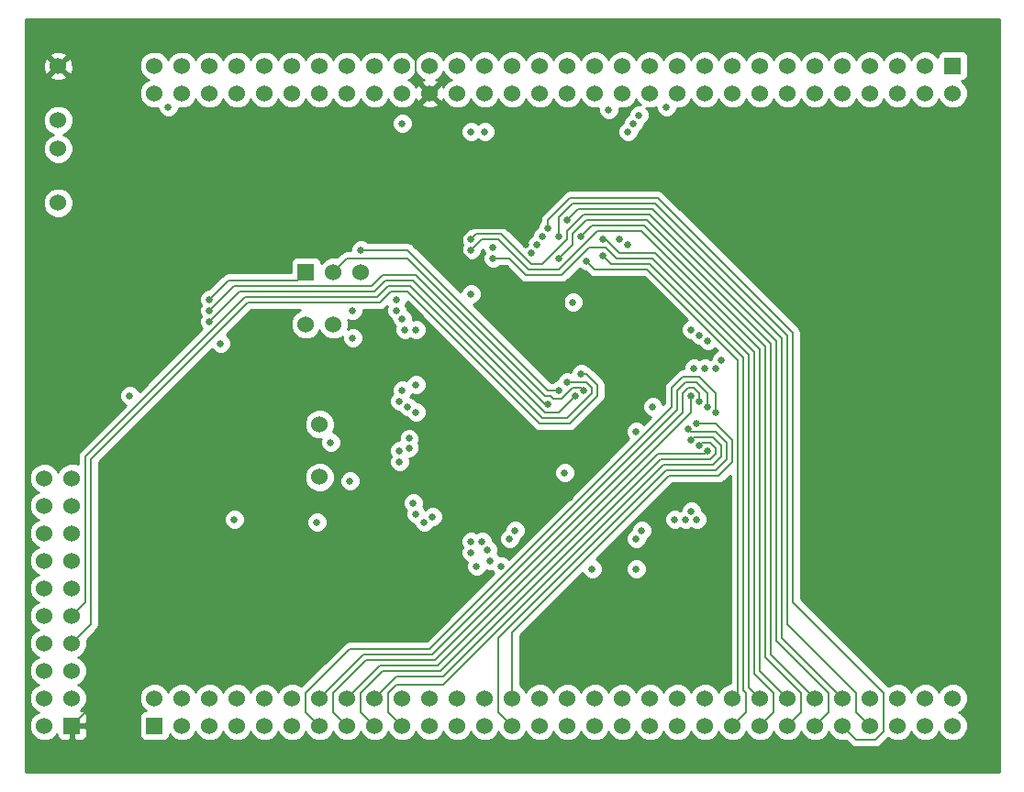
<source format=gbr>
G04 (created by PCBNEW-RS274X (2012-01-19 BZR 3256)-stable) date 09/08/2012 10:04:04*
G01*
G70*
G90*
%MOIN*%
G04 Gerber Fmt 3.4, Leading zero omitted, Abs format*
%FSLAX34Y34*%
G04 APERTURE LIST*
%ADD10C,0.006000*%
%ADD11C,0.060000*%
%ADD12R,0.060000X0.060000*%
%ADD13C,0.025000*%
%ADD14C,0.008000*%
%ADD15C,0.020000*%
%ADD16C,0.010000*%
G04 APERTURE END LIST*
G54D10*
G54D11*
X61500Y-58500D03*
X62500Y-57500D03*
G54D12*
X62500Y-58500D03*
G54D11*
X61500Y-57500D03*
X62500Y-56500D03*
X61500Y-56500D03*
X62500Y-55500D03*
X61500Y-55500D03*
X62500Y-54500D03*
X61500Y-54500D03*
X62500Y-53500D03*
X61500Y-53500D03*
X62500Y-52500D03*
X61500Y-52500D03*
X62500Y-51500D03*
X61500Y-51500D03*
X62500Y-50500D03*
X61500Y-50500D03*
X62500Y-49500D03*
X61500Y-49500D03*
X71500Y-47539D03*
X71500Y-49461D03*
X71000Y-43900D03*
X72000Y-43900D03*
X62000Y-39484D03*
X62000Y-37516D03*
X62000Y-36484D03*
X62000Y-34516D03*
G54D12*
X94500Y-34500D03*
G54D11*
X94500Y-35500D03*
X89500Y-34500D03*
X93500Y-35500D03*
X88500Y-34500D03*
X92500Y-35500D03*
X87500Y-34500D03*
X91500Y-35500D03*
X86500Y-34500D03*
X90500Y-35500D03*
X85500Y-34500D03*
X89500Y-35500D03*
X84500Y-34500D03*
X88500Y-35500D03*
X83500Y-34500D03*
X87500Y-35500D03*
X82500Y-34500D03*
X86500Y-35500D03*
X81500Y-34500D03*
X85500Y-35500D03*
X80500Y-34500D03*
X84500Y-35500D03*
X79500Y-34500D03*
X83500Y-35500D03*
X82500Y-35500D03*
X78500Y-34500D03*
X81500Y-35500D03*
X79500Y-35500D03*
X78500Y-35500D03*
X77500Y-35500D03*
X76500Y-35500D03*
X77500Y-34500D03*
X76500Y-34500D03*
X93500Y-34500D03*
X92500Y-34500D03*
X91500Y-34500D03*
X90500Y-34500D03*
X75500Y-34500D03*
X75500Y-35500D03*
X80500Y-35500D03*
X74500Y-34500D03*
X74500Y-35500D03*
X73500Y-34500D03*
X73500Y-35500D03*
X72500Y-34500D03*
X72500Y-35500D03*
X71500Y-34500D03*
X71500Y-35500D03*
X70500Y-34500D03*
X70500Y-35500D03*
X69500Y-34500D03*
X69500Y-35500D03*
X68500Y-34500D03*
X68500Y-35500D03*
X67500Y-34500D03*
X67500Y-35500D03*
X66500Y-34500D03*
X66500Y-35500D03*
X65500Y-34500D03*
X65500Y-35500D03*
G54D12*
X65500Y-58500D03*
G54D11*
X65500Y-57500D03*
X70500Y-58500D03*
X66500Y-57500D03*
X71500Y-58500D03*
X67500Y-57500D03*
X72500Y-58500D03*
X68500Y-57500D03*
X73500Y-58500D03*
X69500Y-57500D03*
X74500Y-58500D03*
X70500Y-57500D03*
X75500Y-58500D03*
X71500Y-57500D03*
X76500Y-58500D03*
X72500Y-57500D03*
X77500Y-58500D03*
X73500Y-57500D03*
X78500Y-58500D03*
X74500Y-57500D03*
X79500Y-58500D03*
X75500Y-57500D03*
X80500Y-58500D03*
X76500Y-57500D03*
X77500Y-57500D03*
X81500Y-58500D03*
X78500Y-57500D03*
X80500Y-57500D03*
X81500Y-57500D03*
X82500Y-57500D03*
X83500Y-57500D03*
X82500Y-58500D03*
X83500Y-58500D03*
X66500Y-58500D03*
X67500Y-58500D03*
X68500Y-58500D03*
X69500Y-58500D03*
X84500Y-58500D03*
X84500Y-57500D03*
X79500Y-57500D03*
X85500Y-58500D03*
X85500Y-57500D03*
X86500Y-58500D03*
X86500Y-57500D03*
X87500Y-58500D03*
X87500Y-57500D03*
X88500Y-58500D03*
X88500Y-57500D03*
X89500Y-58500D03*
X89500Y-57500D03*
X90500Y-58500D03*
X90500Y-57500D03*
X91500Y-58500D03*
X91500Y-57500D03*
X92500Y-58500D03*
X92500Y-57500D03*
X93500Y-58500D03*
X93500Y-57500D03*
X94500Y-58500D03*
X94500Y-57500D03*
G54D12*
X71000Y-42000D03*
G54D11*
X72000Y-42000D03*
X73000Y-42000D03*
G54D13*
X67900Y-44600D03*
X68400Y-51000D03*
X74500Y-46300D03*
X74400Y-46700D03*
X74700Y-46900D03*
X75000Y-47100D03*
X73000Y-41200D03*
X80200Y-46300D03*
X66000Y-36000D03*
X77000Y-51800D03*
X85900Y-47100D03*
X85600Y-46900D03*
X85300Y-46700D03*
X85000Y-46500D03*
X85600Y-48500D03*
X85300Y-48300D03*
X85000Y-48100D03*
X74300Y-43400D03*
X74500Y-43700D03*
X74600Y-44100D03*
X75000Y-44100D03*
X74300Y-43000D03*
X79600Y-40700D03*
X79400Y-41000D03*
X80200Y-41500D03*
X79800Y-40400D03*
X81800Y-41400D03*
X84900Y-47700D03*
X85200Y-47500D03*
X82700Y-41000D03*
X82400Y-40800D03*
X77800Y-41500D03*
X77000Y-41200D03*
X77000Y-40800D03*
X80500Y-40100D03*
X80200Y-40700D03*
X81800Y-40800D03*
X81000Y-40700D03*
X81200Y-41600D03*
X81100Y-46300D03*
X74750Y-48050D03*
X74750Y-48400D03*
X74400Y-48500D03*
X74400Y-48900D03*
X77700Y-52500D03*
X77000Y-36900D03*
X77500Y-36900D03*
X78100Y-52700D03*
X85100Y-45500D03*
X85500Y-45500D03*
X83000Y-51700D03*
X83200Y-51400D03*
X84100Y-36000D03*
X71400Y-51100D03*
X85600Y-44500D03*
X74500Y-36600D03*
X77600Y-52100D03*
X85300Y-44300D03*
X78400Y-51700D03*
X85000Y-44100D03*
X78600Y-51400D03*
X77800Y-41100D03*
X77400Y-51800D03*
X82900Y-36600D03*
X82700Y-36900D03*
X85900Y-45500D03*
X86100Y-45200D03*
X83100Y-36300D03*
X85000Y-50700D03*
X85200Y-51000D03*
X84400Y-51000D03*
X84800Y-51000D03*
X82000Y-36100D03*
X80500Y-46000D03*
X81000Y-45700D03*
X77000Y-52200D03*
X74900Y-50400D03*
X75000Y-50800D03*
X75600Y-50900D03*
X75300Y-51100D03*
X67500Y-43000D03*
X67500Y-43800D03*
X80800Y-46500D03*
X67500Y-43400D03*
X79800Y-46800D03*
X80700Y-43100D03*
X80400Y-49300D03*
X72700Y-43400D03*
X64600Y-46500D03*
X72600Y-49600D03*
X83600Y-46900D03*
X83000Y-47800D03*
X72700Y-44400D03*
X75000Y-46100D03*
X77200Y-52700D03*
X79200Y-41300D03*
X71900Y-48200D03*
X81400Y-52800D03*
X83000Y-52800D03*
X77000Y-42800D03*
X80600Y-50200D03*
X68800Y-46500D03*
X83900Y-51700D03*
X70800Y-51000D03*
X80400Y-42800D03*
X79000Y-41000D03*
X82800Y-47100D03*
X76300Y-45200D03*
X81700Y-45100D03*
X78600Y-48700D03*
X72300Y-52500D03*
X81500Y-48300D03*
G54D14*
X80200Y-46300D02*
X79800Y-46300D01*
X73000Y-41200D02*
X74700Y-41200D01*
X79800Y-46300D02*
X74700Y-41200D01*
X85900Y-47100D02*
X85900Y-46400D01*
X84300Y-46200D02*
X84300Y-46900D01*
X71000Y-58000D02*
X71500Y-58500D01*
X84700Y-45800D02*
X84300Y-46200D01*
X85900Y-46400D02*
X85300Y-45800D01*
X85300Y-45800D02*
X84700Y-45800D01*
X84300Y-46900D02*
X75500Y-55700D01*
X75500Y-55700D02*
X72600Y-55700D01*
X71000Y-57300D02*
X71000Y-58000D01*
X72600Y-55700D02*
X71000Y-57300D01*
X71500Y-57500D02*
X73100Y-55900D01*
X85600Y-46900D02*
X85600Y-46400D01*
X75600Y-55900D02*
X73100Y-55900D01*
X84500Y-47000D02*
X75600Y-55900D01*
X84800Y-46000D02*
X84500Y-46300D01*
X84500Y-46300D02*
X84500Y-47000D01*
X85600Y-46400D02*
X85200Y-46000D01*
X85200Y-46000D02*
X84800Y-46000D01*
X73200Y-56100D02*
X72000Y-57300D01*
X84700Y-47100D02*
X75700Y-56100D01*
X84900Y-46200D02*
X84700Y-46400D01*
X85100Y-46200D02*
X84900Y-46200D01*
X72000Y-57300D02*
X72000Y-58000D01*
X85300Y-46700D02*
X85300Y-46400D01*
X84700Y-46400D02*
X84700Y-47100D01*
X75700Y-56100D02*
X73200Y-56100D01*
X72000Y-58000D02*
X72500Y-58500D01*
X85300Y-46400D02*
X85100Y-46200D01*
X75800Y-56300D02*
X73700Y-56300D01*
X85000Y-46500D02*
X85000Y-47100D01*
X72500Y-57500D02*
X73700Y-56300D01*
X85000Y-47100D02*
X75800Y-56300D01*
X73000Y-58000D02*
X73500Y-58500D01*
X83800Y-48600D02*
X75900Y-56500D01*
X75900Y-56500D02*
X73800Y-56500D01*
X85500Y-48600D02*
X83800Y-48600D01*
X85600Y-48500D02*
X85500Y-48600D01*
X73800Y-56500D02*
X73000Y-57300D01*
X73000Y-57300D02*
X73000Y-58000D01*
X85700Y-48800D02*
X83900Y-48800D01*
X85900Y-48600D02*
X85700Y-48800D01*
X83900Y-48800D02*
X76000Y-56700D01*
X85900Y-48400D02*
X85900Y-48600D01*
X85400Y-48200D02*
X85700Y-48200D01*
X73500Y-57500D02*
X74300Y-56700D01*
X85700Y-48200D02*
X85900Y-48400D01*
X76000Y-56700D02*
X74300Y-56700D01*
X85300Y-48300D02*
X85400Y-48200D01*
X74000Y-58000D02*
X74500Y-58500D01*
X84000Y-49000D02*
X76000Y-57000D01*
X76000Y-57000D02*
X74300Y-57000D01*
X74300Y-57000D02*
X74000Y-57300D01*
X85800Y-48000D02*
X86100Y-48300D01*
X74000Y-57300D02*
X74000Y-58000D01*
X85800Y-49000D02*
X84000Y-49000D01*
X85000Y-48100D02*
X85100Y-48000D01*
X86100Y-48700D02*
X85800Y-49000D01*
X86100Y-48300D02*
X86100Y-48700D01*
X85100Y-48000D02*
X85800Y-48000D01*
X87900Y-55900D02*
X87900Y-44600D01*
X89500Y-57500D02*
X87900Y-55900D01*
X83400Y-40100D02*
X87900Y-44600D01*
X80200Y-41500D02*
X80700Y-41000D01*
X81200Y-40100D02*
X83400Y-40100D01*
X80700Y-40600D02*
X81200Y-40100D01*
X80700Y-41000D02*
X80700Y-40600D01*
X92000Y-58700D02*
X91700Y-59000D01*
X83800Y-39300D02*
X88700Y-44200D01*
X79800Y-40400D02*
X79800Y-40100D01*
X88700Y-44200D02*
X88700Y-54000D01*
X80600Y-39300D02*
X83800Y-39300D01*
X92000Y-57300D02*
X92000Y-58700D01*
X88700Y-54000D02*
X92000Y-57300D01*
X79800Y-40100D02*
X80600Y-39300D01*
X91700Y-59000D02*
X91000Y-59000D01*
X91000Y-59000D02*
X90500Y-58500D01*
X83500Y-41700D02*
X86900Y-45100D01*
X87000Y-58000D02*
X87000Y-57300D01*
X87000Y-57300D02*
X86900Y-57200D01*
X86500Y-58500D02*
X87000Y-58000D01*
X86900Y-57200D02*
X86900Y-45100D01*
X82100Y-41700D02*
X83500Y-41700D01*
X81800Y-41400D02*
X82100Y-41700D01*
X86300Y-48200D02*
X86300Y-48800D01*
X85900Y-49200D02*
X84100Y-49200D01*
X85900Y-47800D02*
X86300Y-48200D01*
X84100Y-49200D02*
X78000Y-55300D01*
X86300Y-48800D02*
X85900Y-49200D01*
X78000Y-55300D02*
X78000Y-58000D01*
X78000Y-58000D02*
X78500Y-58500D01*
X85000Y-47800D02*
X85900Y-47800D01*
X84900Y-47700D02*
X85000Y-47800D01*
X78500Y-55100D02*
X78500Y-57500D01*
X86500Y-48100D02*
X86500Y-48900D01*
X86000Y-49400D02*
X84200Y-49400D01*
X85200Y-47500D02*
X85900Y-47500D01*
X86500Y-48900D02*
X86000Y-49400D01*
X84200Y-49400D02*
X78500Y-55100D01*
X85900Y-47500D02*
X86500Y-48100D01*
X81900Y-41100D02*
X82300Y-41500D01*
X82300Y-41500D02*
X83600Y-41500D01*
X78400Y-41500D02*
X79000Y-42100D01*
X77800Y-41500D02*
X78400Y-41500D01*
X83600Y-41500D02*
X87100Y-45000D01*
X80300Y-42100D02*
X81300Y-41100D01*
X79000Y-42100D02*
X80300Y-42100D01*
X87100Y-57100D02*
X87500Y-57500D01*
X87100Y-45000D02*
X87100Y-57100D01*
X81300Y-41100D02*
X81900Y-41100D01*
X77000Y-41200D02*
X77400Y-40800D01*
X78000Y-40800D02*
X79100Y-41900D01*
X77400Y-40800D02*
X78000Y-40800D01*
X79100Y-41900D02*
X80200Y-41900D01*
X87500Y-56500D02*
X87500Y-44800D01*
X81600Y-40500D02*
X83200Y-40500D01*
X83200Y-40500D02*
X87500Y-44800D01*
X88500Y-57500D02*
X87500Y-56500D01*
X80200Y-41900D02*
X81600Y-40500D01*
X80500Y-40800D02*
X79600Y-41700D01*
X90000Y-57300D02*
X88100Y-55400D01*
X88100Y-55400D02*
X88100Y-44500D01*
X81100Y-39900D02*
X80500Y-40500D01*
X77200Y-40600D02*
X78100Y-40600D01*
X78100Y-40600D02*
X79200Y-41700D01*
X80500Y-40500D02*
X80500Y-40800D01*
X89500Y-58500D02*
X90000Y-58000D01*
X83500Y-39900D02*
X88100Y-44500D01*
X81100Y-39900D02*
X83500Y-39900D01*
X79200Y-41700D02*
X79600Y-41700D01*
X90000Y-58000D02*
X90000Y-57300D01*
X77000Y-40800D02*
X77200Y-40600D01*
X88300Y-55300D02*
X88300Y-44400D01*
X90500Y-57500D02*
X88300Y-55300D01*
X80900Y-39700D02*
X80500Y-40100D01*
X83600Y-39700D02*
X88300Y-44400D01*
X80900Y-39700D02*
X83600Y-39700D01*
X80200Y-40000D02*
X80700Y-39500D01*
X83700Y-39500D02*
X88500Y-44300D01*
X80700Y-39500D02*
X83700Y-39500D01*
X80200Y-40000D02*
X80200Y-40700D01*
X88500Y-44300D02*
X88500Y-54800D01*
X88500Y-54800D02*
X91000Y-57300D01*
X91000Y-58000D02*
X91500Y-58500D01*
X91000Y-57300D02*
X91000Y-58000D01*
X88000Y-58000D02*
X87500Y-58500D01*
X83700Y-41300D02*
X87300Y-44900D01*
X87300Y-56600D02*
X88000Y-57300D01*
X81900Y-40800D02*
X82400Y-41300D01*
X81800Y-40800D02*
X81900Y-40800D01*
X88000Y-57300D02*
X88000Y-58000D01*
X87300Y-44900D02*
X87300Y-56600D01*
X82400Y-41300D02*
X83700Y-41300D01*
X89000Y-57300D02*
X87700Y-56000D01*
X81400Y-40300D02*
X83300Y-40300D01*
X83300Y-40300D02*
X87700Y-44700D01*
X89000Y-58000D02*
X89000Y-57300D01*
X89000Y-58000D02*
X88500Y-58500D01*
X81400Y-40300D02*
X81000Y-40700D01*
X87700Y-56000D02*
X87700Y-44700D01*
X81500Y-41900D02*
X83400Y-41900D01*
X81200Y-41600D02*
X81500Y-41900D01*
X83400Y-41900D02*
X86700Y-45200D01*
X86700Y-45200D02*
X86700Y-57300D01*
X86500Y-57500D02*
X86700Y-57300D01*
X80700Y-46200D02*
X80300Y-46600D01*
X80000Y-46600D02*
X79900Y-46500D01*
X79700Y-46500D02*
X74700Y-41500D01*
X81000Y-46200D02*
X80700Y-46200D01*
X74700Y-41500D02*
X72500Y-41500D01*
X80300Y-46600D02*
X80000Y-46600D01*
X79900Y-46500D02*
X79700Y-46500D01*
X72500Y-41500D02*
X72000Y-42000D01*
X81100Y-46300D02*
X81000Y-46200D01*
X81400Y-46400D02*
X80500Y-47300D01*
X68800Y-42900D02*
X73600Y-42900D01*
X68800Y-42900D02*
X63000Y-48700D01*
X81200Y-46000D02*
X81400Y-46200D01*
X80500Y-47300D02*
X79600Y-47300D01*
X79600Y-47300D02*
X74800Y-42500D01*
X63000Y-54000D02*
X62500Y-54500D01*
X81400Y-46200D02*
X81400Y-46400D01*
X74800Y-42500D02*
X74000Y-42500D01*
X73600Y-42900D02*
X74000Y-42500D01*
X63000Y-48700D02*
X63000Y-54000D01*
X80500Y-46000D02*
X81200Y-46000D01*
X68900Y-43100D02*
X63200Y-48800D01*
X80600Y-47500D02*
X79500Y-47500D01*
X63200Y-54800D02*
X62500Y-55500D01*
X81600Y-46500D02*
X80600Y-47500D01*
X81000Y-45700D02*
X81200Y-45700D01*
X74100Y-42700D02*
X73700Y-43100D01*
X79500Y-47500D02*
X74700Y-42700D01*
X74700Y-42700D02*
X74100Y-42700D01*
X63200Y-48800D02*
X63200Y-54800D01*
X81200Y-45700D02*
X81600Y-46100D01*
X81600Y-46100D02*
X81600Y-46500D01*
X68900Y-43100D02*
X73700Y-43100D01*
X71000Y-42000D02*
X70700Y-42300D01*
X68200Y-42300D02*
X67500Y-43000D01*
X70700Y-42300D02*
X68200Y-42300D01*
X73500Y-42700D02*
X73900Y-42300D01*
X79700Y-47100D02*
X74900Y-42300D01*
X80200Y-47100D02*
X79700Y-47100D01*
X74900Y-42300D02*
X73900Y-42300D01*
X80800Y-46500D02*
X80200Y-47100D01*
X68600Y-42700D02*
X73500Y-42700D01*
X68600Y-42700D02*
X67500Y-43800D01*
X79800Y-46800D02*
X79700Y-46800D01*
X75000Y-42100D02*
X73800Y-42100D01*
X68400Y-42500D02*
X67500Y-43400D01*
X68400Y-42500D02*
X73400Y-42500D01*
X73400Y-42500D02*
X73800Y-42100D01*
X79700Y-46800D02*
X75000Y-42100D01*
X62516Y-34000D02*
X74700Y-34000D01*
X80400Y-43800D02*
X80400Y-42800D01*
X80100Y-50200D02*
X80600Y-50200D01*
X81500Y-49300D02*
X80600Y-50200D01*
G54D15*
X68800Y-49000D02*
X70800Y-51000D01*
X70100Y-45200D02*
X68800Y-46500D01*
G54D14*
X81700Y-45100D02*
X80400Y-43800D01*
X75000Y-34300D02*
X75000Y-35000D01*
X78600Y-47500D02*
X76300Y-45200D01*
X78600Y-48700D02*
X78600Y-47500D01*
X79000Y-41000D02*
X78400Y-40400D01*
X78600Y-48700D02*
X80100Y-50200D01*
X62000Y-34516D02*
X62516Y-34000D01*
X75000Y-35000D02*
X75500Y-35500D01*
X77000Y-40400D02*
X76700Y-40700D01*
X78200Y-42800D02*
X80400Y-42800D01*
X78400Y-40400D02*
X77000Y-40400D01*
X76700Y-40700D02*
X76700Y-41300D01*
G54D15*
X68800Y-46500D02*
X68800Y-49000D01*
G54D14*
X68500Y-52500D02*
X72300Y-52500D01*
X62500Y-58500D02*
X68500Y-52500D01*
X74700Y-34000D02*
X75000Y-34300D01*
X82800Y-46200D02*
X81700Y-45100D01*
G54D15*
X76300Y-45200D02*
X70100Y-45200D01*
G54D14*
X82800Y-47100D02*
X82800Y-46200D01*
X81500Y-48300D02*
X81600Y-48300D01*
X81600Y-48300D02*
X82800Y-47100D01*
X76700Y-41300D02*
X78200Y-42800D01*
X81500Y-48300D02*
X81500Y-49300D01*
G54D10*
G36*
X86410Y-56951D02*
X86391Y-56951D01*
X86189Y-57035D01*
X86035Y-57189D01*
X86000Y-57273D01*
X85965Y-57189D01*
X85811Y-57035D01*
X85609Y-56951D01*
X85575Y-56951D01*
X85575Y-51075D01*
X85575Y-50926D01*
X85518Y-50788D01*
X85413Y-50683D01*
X85375Y-50667D01*
X85375Y-50626D01*
X85318Y-50488D01*
X85213Y-50383D01*
X85075Y-50325D01*
X84926Y-50325D01*
X84788Y-50382D01*
X84683Y-50487D01*
X84625Y-50625D01*
X84625Y-50666D01*
X84599Y-50677D01*
X84475Y-50625D01*
X84326Y-50625D01*
X84188Y-50682D01*
X84083Y-50787D01*
X84025Y-50925D01*
X84025Y-51074D01*
X84082Y-51212D01*
X84187Y-51317D01*
X84325Y-51375D01*
X84474Y-51375D01*
X84600Y-51322D01*
X84725Y-51375D01*
X84874Y-51375D01*
X85000Y-51322D01*
X85125Y-51375D01*
X85274Y-51375D01*
X85412Y-51318D01*
X85517Y-51213D01*
X85575Y-51075D01*
X85575Y-56951D01*
X85391Y-56951D01*
X85189Y-57035D01*
X85035Y-57189D01*
X85000Y-57273D01*
X84965Y-57189D01*
X84811Y-57035D01*
X84609Y-56951D01*
X84391Y-56951D01*
X84189Y-57035D01*
X84035Y-57189D01*
X84000Y-57273D01*
X83965Y-57189D01*
X83811Y-57035D01*
X83609Y-56951D01*
X83575Y-56951D01*
X83575Y-51475D01*
X83575Y-51326D01*
X83518Y-51188D01*
X83413Y-51083D01*
X83275Y-51025D01*
X83126Y-51025D01*
X82988Y-51082D01*
X82883Y-51187D01*
X82825Y-51325D01*
X82825Y-51366D01*
X82788Y-51382D01*
X82683Y-51487D01*
X82625Y-51625D01*
X82625Y-51774D01*
X82682Y-51912D01*
X82787Y-52017D01*
X82925Y-52075D01*
X83074Y-52075D01*
X83212Y-52018D01*
X83317Y-51913D01*
X83375Y-51775D01*
X83375Y-51733D01*
X83412Y-51718D01*
X83517Y-51613D01*
X83575Y-51475D01*
X83575Y-56951D01*
X83391Y-56951D01*
X83375Y-56957D01*
X83375Y-52875D01*
X83375Y-52726D01*
X83318Y-52588D01*
X83213Y-52483D01*
X83075Y-52425D01*
X82926Y-52425D01*
X82788Y-52482D01*
X82683Y-52587D01*
X82625Y-52725D01*
X82625Y-52874D01*
X82682Y-53012D01*
X82787Y-53117D01*
X82925Y-53175D01*
X83074Y-53175D01*
X83212Y-53118D01*
X83317Y-53013D01*
X83375Y-52875D01*
X83375Y-56957D01*
X83189Y-57035D01*
X83035Y-57189D01*
X83000Y-57273D01*
X82965Y-57189D01*
X82811Y-57035D01*
X82609Y-56951D01*
X82391Y-56951D01*
X82189Y-57035D01*
X82035Y-57189D01*
X82000Y-57273D01*
X81965Y-57189D01*
X81811Y-57035D01*
X81609Y-56951D01*
X81391Y-56951D01*
X81189Y-57035D01*
X81035Y-57189D01*
X81000Y-57273D01*
X80965Y-57189D01*
X80811Y-57035D01*
X80609Y-56951D01*
X80391Y-56951D01*
X80189Y-57035D01*
X80035Y-57189D01*
X80000Y-57273D01*
X79965Y-57189D01*
X79811Y-57035D01*
X79609Y-56951D01*
X79391Y-56951D01*
X79189Y-57035D01*
X79035Y-57189D01*
X79000Y-57273D01*
X78965Y-57189D01*
X78811Y-57035D01*
X78790Y-57026D01*
X78790Y-55220D01*
X81057Y-52952D01*
X81082Y-53012D01*
X81187Y-53117D01*
X81325Y-53175D01*
X81474Y-53175D01*
X81612Y-53118D01*
X81717Y-53013D01*
X81775Y-52875D01*
X81775Y-52726D01*
X81718Y-52588D01*
X81613Y-52483D01*
X81552Y-52457D01*
X84320Y-49690D01*
X86000Y-49690D01*
X86111Y-49668D01*
X86205Y-49605D01*
X86410Y-49400D01*
X86410Y-56951D01*
X86410Y-56951D01*
G37*
G54D16*
X86410Y-56951D02*
X86391Y-56951D01*
X86189Y-57035D01*
X86035Y-57189D01*
X86000Y-57273D01*
X85965Y-57189D01*
X85811Y-57035D01*
X85609Y-56951D01*
X85575Y-56951D01*
X85575Y-51075D01*
X85575Y-50926D01*
X85518Y-50788D01*
X85413Y-50683D01*
X85375Y-50667D01*
X85375Y-50626D01*
X85318Y-50488D01*
X85213Y-50383D01*
X85075Y-50325D01*
X84926Y-50325D01*
X84788Y-50382D01*
X84683Y-50487D01*
X84625Y-50625D01*
X84625Y-50666D01*
X84599Y-50677D01*
X84475Y-50625D01*
X84326Y-50625D01*
X84188Y-50682D01*
X84083Y-50787D01*
X84025Y-50925D01*
X84025Y-51074D01*
X84082Y-51212D01*
X84187Y-51317D01*
X84325Y-51375D01*
X84474Y-51375D01*
X84600Y-51322D01*
X84725Y-51375D01*
X84874Y-51375D01*
X85000Y-51322D01*
X85125Y-51375D01*
X85274Y-51375D01*
X85412Y-51318D01*
X85517Y-51213D01*
X85575Y-51075D01*
X85575Y-56951D01*
X85391Y-56951D01*
X85189Y-57035D01*
X85035Y-57189D01*
X85000Y-57273D01*
X84965Y-57189D01*
X84811Y-57035D01*
X84609Y-56951D01*
X84391Y-56951D01*
X84189Y-57035D01*
X84035Y-57189D01*
X84000Y-57273D01*
X83965Y-57189D01*
X83811Y-57035D01*
X83609Y-56951D01*
X83575Y-56951D01*
X83575Y-51475D01*
X83575Y-51326D01*
X83518Y-51188D01*
X83413Y-51083D01*
X83275Y-51025D01*
X83126Y-51025D01*
X82988Y-51082D01*
X82883Y-51187D01*
X82825Y-51325D01*
X82825Y-51366D01*
X82788Y-51382D01*
X82683Y-51487D01*
X82625Y-51625D01*
X82625Y-51774D01*
X82682Y-51912D01*
X82787Y-52017D01*
X82925Y-52075D01*
X83074Y-52075D01*
X83212Y-52018D01*
X83317Y-51913D01*
X83375Y-51775D01*
X83375Y-51733D01*
X83412Y-51718D01*
X83517Y-51613D01*
X83575Y-51475D01*
X83575Y-56951D01*
X83391Y-56951D01*
X83375Y-56957D01*
X83375Y-52875D01*
X83375Y-52726D01*
X83318Y-52588D01*
X83213Y-52483D01*
X83075Y-52425D01*
X82926Y-52425D01*
X82788Y-52482D01*
X82683Y-52587D01*
X82625Y-52725D01*
X82625Y-52874D01*
X82682Y-53012D01*
X82787Y-53117D01*
X82925Y-53175D01*
X83074Y-53175D01*
X83212Y-53118D01*
X83317Y-53013D01*
X83375Y-52875D01*
X83375Y-56957D01*
X83189Y-57035D01*
X83035Y-57189D01*
X83000Y-57273D01*
X82965Y-57189D01*
X82811Y-57035D01*
X82609Y-56951D01*
X82391Y-56951D01*
X82189Y-57035D01*
X82035Y-57189D01*
X82000Y-57273D01*
X81965Y-57189D01*
X81811Y-57035D01*
X81609Y-56951D01*
X81391Y-56951D01*
X81189Y-57035D01*
X81035Y-57189D01*
X81000Y-57273D01*
X80965Y-57189D01*
X80811Y-57035D01*
X80609Y-56951D01*
X80391Y-56951D01*
X80189Y-57035D01*
X80035Y-57189D01*
X80000Y-57273D01*
X79965Y-57189D01*
X79811Y-57035D01*
X79609Y-56951D01*
X79391Y-56951D01*
X79189Y-57035D01*
X79035Y-57189D01*
X79000Y-57273D01*
X78965Y-57189D01*
X78811Y-57035D01*
X78790Y-57026D01*
X78790Y-55220D01*
X81057Y-52952D01*
X81082Y-53012D01*
X81187Y-53117D01*
X81325Y-53175D01*
X81474Y-53175D01*
X81612Y-53118D01*
X81717Y-53013D01*
X81775Y-52875D01*
X81775Y-52726D01*
X81718Y-52588D01*
X81613Y-52483D01*
X81552Y-52457D01*
X84320Y-49690D01*
X86000Y-49690D01*
X86111Y-49668D01*
X86205Y-49605D01*
X86410Y-49400D01*
X86410Y-56951D01*
G54D10*
G36*
X96175Y-60175D02*
X95049Y-60175D01*
X95049Y-58609D01*
X95049Y-58391D01*
X94965Y-58189D01*
X94811Y-58035D01*
X94726Y-58000D01*
X94811Y-57965D01*
X94965Y-57811D01*
X95049Y-57609D01*
X95049Y-57391D01*
X95049Y-35609D01*
X95049Y-35391D01*
X94965Y-35189D01*
X94825Y-35049D01*
X94849Y-35049D01*
X94941Y-35011D01*
X95011Y-34941D01*
X95049Y-34850D01*
X95049Y-34751D01*
X95049Y-34151D01*
X95011Y-34059D01*
X94941Y-33989D01*
X94850Y-33951D01*
X94751Y-33951D01*
X94151Y-33951D01*
X94059Y-33989D01*
X93989Y-34059D01*
X93951Y-34150D01*
X93951Y-34175D01*
X93811Y-34035D01*
X93609Y-33951D01*
X93391Y-33951D01*
X93189Y-34035D01*
X93035Y-34189D01*
X93000Y-34273D01*
X92965Y-34189D01*
X92811Y-34035D01*
X92609Y-33951D01*
X92391Y-33951D01*
X92189Y-34035D01*
X92035Y-34189D01*
X92000Y-34273D01*
X91965Y-34189D01*
X91811Y-34035D01*
X91609Y-33951D01*
X91391Y-33951D01*
X91189Y-34035D01*
X91035Y-34189D01*
X91000Y-34273D01*
X90965Y-34189D01*
X90811Y-34035D01*
X90609Y-33951D01*
X90391Y-33951D01*
X90189Y-34035D01*
X90035Y-34189D01*
X90000Y-34273D01*
X89965Y-34189D01*
X89811Y-34035D01*
X89609Y-33951D01*
X89391Y-33951D01*
X89189Y-34035D01*
X89035Y-34189D01*
X89000Y-34273D01*
X88965Y-34189D01*
X88811Y-34035D01*
X88609Y-33951D01*
X88391Y-33951D01*
X88189Y-34035D01*
X88035Y-34189D01*
X88000Y-34273D01*
X87965Y-34189D01*
X87811Y-34035D01*
X87609Y-33951D01*
X87391Y-33951D01*
X87189Y-34035D01*
X87035Y-34189D01*
X87000Y-34273D01*
X86965Y-34189D01*
X86811Y-34035D01*
X86609Y-33951D01*
X86391Y-33951D01*
X86189Y-34035D01*
X86035Y-34189D01*
X86000Y-34273D01*
X85965Y-34189D01*
X85811Y-34035D01*
X85609Y-33951D01*
X85391Y-33951D01*
X85189Y-34035D01*
X85035Y-34189D01*
X85000Y-34273D01*
X84965Y-34189D01*
X84811Y-34035D01*
X84609Y-33951D01*
X84391Y-33951D01*
X84189Y-34035D01*
X84035Y-34189D01*
X84000Y-34273D01*
X83965Y-34189D01*
X83811Y-34035D01*
X83609Y-33951D01*
X83391Y-33951D01*
X83189Y-34035D01*
X83035Y-34189D01*
X83000Y-34273D01*
X82965Y-34189D01*
X82811Y-34035D01*
X82609Y-33951D01*
X82391Y-33951D01*
X82189Y-34035D01*
X82035Y-34189D01*
X82000Y-34273D01*
X81965Y-34189D01*
X81811Y-34035D01*
X81609Y-33951D01*
X81391Y-33951D01*
X81189Y-34035D01*
X81035Y-34189D01*
X81000Y-34273D01*
X80965Y-34189D01*
X80811Y-34035D01*
X80609Y-33951D01*
X80391Y-33951D01*
X80189Y-34035D01*
X80035Y-34189D01*
X80000Y-34273D01*
X79965Y-34189D01*
X79811Y-34035D01*
X79609Y-33951D01*
X79391Y-33951D01*
X79189Y-34035D01*
X79035Y-34189D01*
X79000Y-34273D01*
X78965Y-34189D01*
X78811Y-34035D01*
X78609Y-33951D01*
X78391Y-33951D01*
X78189Y-34035D01*
X78035Y-34189D01*
X78000Y-34273D01*
X77965Y-34189D01*
X77811Y-34035D01*
X77609Y-33951D01*
X77391Y-33951D01*
X77189Y-34035D01*
X77035Y-34189D01*
X77000Y-34273D01*
X76965Y-34189D01*
X76811Y-34035D01*
X76609Y-33951D01*
X76391Y-33951D01*
X76189Y-34035D01*
X76035Y-34189D01*
X76000Y-34273D01*
X75965Y-34189D01*
X75811Y-34035D01*
X75609Y-33951D01*
X75391Y-33951D01*
X75189Y-34035D01*
X75035Y-34189D01*
X75000Y-34273D01*
X74965Y-34189D01*
X74811Y-34035D01*
X74609Y-33951D01*
X74391Y-33951D01*
X74189Y-34035D01*
X74035Y-34189D01*
X74000Y-34273D01*
X73965Y-34189D01*
X73811Y-34035D01*
X73609Y-33951D01*
X73391Y-33951D01*
X73189Y-34035D01*
X73035Y-34189D01*
X73000Y-34273D01*
X72965Y-34189D01*
X72811Y-34035D01*
X72609Y-33951D01*
X72391Y-33951D01*
X72189Y-34035D01*
X72035Y-34189D01*
X72000Y-34273D01*
X71965Y-34189D01*
X71811Y-34035D01*
X71609Y-33951D01*
X71391Y-33951D01*
X71189Y-34035D01*
X71035Y-34189D01*
X71000Y-34273D01*
X70965Y-34189D01*
X70811Y-34035D01*
X70609Y-33951D01*
X70391Y-33951D01*
X70189Y-34035D01*
X70035Y-34189D01*
X70000Y-34273D01*
X69965Y-34189D01*
X69811Y-34035D01*
X69609Y-33951D01*
X69391Y-33951D01*
X69189Y-34035D01*
X69035Y-34189D01*
X69000Y-34273D01*
X68965Y-34189D01*
X68811Y-34035D01*
X68609Y-33951D01*
X68391Y-33951D01*
X68189Y-34035D01*
X68035Y-34189D01*
X68000Y-34273D01*
X67965Y-34189D01*
X67811Y-34035D01*
X67609Y-33951D01*
X67391Y-33951D01*
X67189Y-34035D01*
X67035Y-34189D01*
X67000Y-34273D01*
X66965Y-34189D01*
X66811Y-34035D01*
X66609Y-33951D01*
X66391Y-33951D01*
X66189Y-34035D01*
X66035Y-34189D01*
X66000Y-34273D01*
X65965Y-34189D01*
X65811Y-34035D01*
X65609Y-33951D01*
X65391Y-33951D01*
X65189Y-34035D01*
X65035Y-34189D01*
X64951Y-34391D01*
X64951Y-34609D01*
X65035Y-34811D01*
X65189Y-34965D01*
X65273Y-35000D01*
X65189Y-35035D01*
X65035Y-35189D01*
X64951Y-35391D01*
X64951Y-35609D01*
X65035Y-35811D01*
X65189Y-35965D01*
X65391Y-36049D01*
X65609Y-36049D01*
X65625Y-36042D01*
X65625Y-36074D01*
X65682Y-36212D01*
X65787Y-36317D01*
X65925Y-36375D01*
X66074Y-36375D01*
X66212Y-36318D01*
X66317Y-36213D01*
X66375Y-36075D01*
X66375Y-36042D01*
X66391Y-36049D01*
X66609Y-36049D01*
X66811Y-35965D01*
X66965Y-35811D01*
X67000Y-35726D01*
X67035Y-35811D01*
X67189Y-35965D01*
X67391Y-36049D01*
X67609Y-36049D01*
X67811Y-35965D01*
X67965Y-35811D01*
X68000Y-35726D01*
X68035Y-35811D01*
X68189Y-35965D01*
X68391Y-36049D01*
X68609Y-36049D01*
X68811Y-35965D01*
X68965Y-35811D01*
X69000Y-35726D01*
X69035Y-35811D01*
X69189Y-35965D01*
X69391Y-36049D01*
X69609Y-36049D01*
X69811Y-35965D01*
X69965Y-35811D01*
X70000Y-35726D01*
X70035Y-35811D01*
X70189Y-35965D01*
X70391Y-36049D01*
X70609Y-36049D01*
X70811Y-35965D01*
X70965Y-35811D01*
X71000Y-35726D01*
X71035Y-35811D01*
X71189Y-35965D01*
X71391Y-36049D01*
X71609Y-36049D01*
X71811Y-35965D01*
X71965Y-35811D01*
X72000Y-35726D01*
X72035Y-35811D01*
X72189Y-35965D01*
X72391Y-36049D01*
X72609Y-36049D01*
X72811Y-35965D01*
X72965Y-35811D01*
X73000Y-35726D01*
X73035Y-35811D01*
X73189Y-35965D01*
X73391Y-36049D01*
X73609Y-36049D01*
X73811Y-35965D01*
X73965Y-35811D01*
X74000Y-35726D01*
X74035Y-35811D01*
X74189Y-35965D01*
X74391Y-36049D01*
X74609Y-36049D01*
X74811Y-35965D01*
X74965Y-35811D01*
X75002Y-35719D01*
X75028Y-35781D01*
X75122Y-35808D01*
X75429Y-35500D01*
X75122Y-35192D01*
X75028Y-35219D01*
X75004Y-35284D01*
X74965Y-35189D01*
X74811Y-35035D01*
X74726Y-35000D01*
X74811Y-34965D01*
X74965Y-34811D01*
X75000Y-34726D01*
X75035Y-34811D01*
X75189Y-34965D01*
X75280Y-35002D01*
X75219Y-35028D01*
X75192Y-35122D01*
X75500Y-35429D01*
X75808Y-35122D01*
X75781Y-35028D01*
X75715Y-35004D01*
X75811Y-34965D01*
X75965Y-34811D01*
X76000Y-34726D01*
X76035Y-34811D01*
X76189Y-34965D01*
X76273Y-35000D01*
X76189Y-35035D01*
X76035Y-35189D01*
X75997Y-35280D01*
X75972Y-35219D01*
X75878Y-35192D01*
X75571Y-35500D01*
X75878Y-35808D01*
X75972Y-35781D01*
X75995Y-35715D01*
X76035Y-35811D01*
X76189Y-35965D01*
X76391Y-36049D01*
X76609Y-36049D01*
X76811Y-35965D01*
X76965Y-35811D01*
X77000Y-35726D01*
X77035Y-35811D01*
X77189Y-35965D01*
X77391Y-36049D01*
X77609Y-36049D01*
X77811Y-35965D01*
X77965Y-35811D01*
X78000Y-35726D01*
X78035Y-35811D01*
X78189Y-35965D01*
X78391Y-36049D01*
X78609Y-36049D01*
X78811Y-35965D01*
X78965Y-35811D01*
X79000Y-35726D01*
X79035Y-35811D01*
X79189Y-35965D01*
X79391Y-36049D01*
X79609Y-36049D01*
X79811Y-35965D01*
X79965Y-35811D01*
X80000Y-35726D01*
X80035Y-35811D01*
X80189Y-35965D01*
X80391Y-36049D01*
X80609Y-36049D01*
X80811Y-35965D01*
X80965Y-35811D01*
X81000Y-35726D01*
X81035Y-35811D01*
X81189Y-35965D01*
X81391Y-36049D01*
X81609Y-36049D01*
X81625Y-36042D01*
X81625Y-36174D01*
X81682Y-36312D01*
X81787Y-36417D01*
X81925Y-36475D01*
X82074Y-36475D01*
X82212Y-36418D01*
X82317Y-36313D01*
X82375Y-36175D01*
X82375Y-36042D01*
X82391Y-36049D01*
X82609Y-36049D01*
X82811Y-35965D01*
X82965Y-35811D01*
X83000Y-35726D01*
X83035Y-35811D01*
X83149Y-35925D01*
X83026Y-35925D01*
X82888Y-35982D01*
X82783Y-36087D01*
X82725Y-36225D01*
X82725Y-36266D01*
X82688Y-36282D01*
X82583Y-36387D01*
X82525Y-36525D01*
X82525Y-36566D01*
X82488Y-36582D01*
X82383Y-36687D01*
X82325Y-36825D01*
X82325Y-36974D01*
X82382Y-37112D01*
X82487Y-37217D01*
X82625Y-37275D01*
X82774Y-37275D01*
X82912Y-37218D01*
X83017Y-37113D01*
X83075Y-36975D01*
X83075Y-36933D01*
X83112Y-36918D01*
X83217Y-36813D01*
X83275Y-36675D01*
X83275Y-36633D01*
X83312Y-36618D01*
X83417Y-36513D01*
X83475Y-36375D01*
X83475Y-36226D01*
X83418Y-36088D01*
X83370Y-36040D01*
X83391Y-36049D01*
X83609Y-36049D01*
X83725Y-36000D01*
X83725Y-36074D01*
X83782Y-36212D01*
X83887Y-36317D01*
X84025Y-36375D01*
X84174Y-36375D01*
X84312Y-36318D01*
X84417Y-36213D01*
X84475Y-36075D01*
X84475Y-36049D01*
X84609Y-36049D01*
X84811Y-35965D01*
X84965Y-35811D01*
X85000Y-35726D01*
X85035Y-35811D01*
X85189Y-35965D01*
X85391Y-36049D01*
X85609Y-36049D01*
X85811Y-35965D01*
X85965Y-35811D01*
X86000Y-35726D01*
X86035Y-35811D01*
X86189Y-35965D01*
X86391Y-36049D01*
X86609Y-36049D01*
X86811Y-35965D01*
X86965Y-35811D01*
X87000Y-35726D01*
X87035Y-35811D01*
X87189Y-35965D01*
X87391Y-36049D01*
X87609Y-36049D01*
X87811Y-35965D01*
X87965Y-35811D01*
X88000Y-35726D01*
X88035Y-35811D01*
X88189Y-35965D01*
X88391Y-36049D01*
X88609Y-36049D01*
X88811Y-35965D01*
X88965Y-35811D01*
X89000Y-35726D01*
X89035Y-35811D01*
X89189Y-35965D01*
X89391Y-36049D01*
X89609Y-36049D01*
X89811Y-35965D01*
X89965Y-35811D01*
X90000Y-35726D01*
X90035Y-35811D01*
X90189Y-35965D01*
X90391Y-36049D01*
X90609Y-36049D01*
X90811Y-35965D01*
X90965Y-35811D01*
X91000Y-35726D01*
X91035Y-35811D01*
X91189Y-35965D01*
X91391Y-36049D01*
X91609Y-36049D01*
X91811Y-35965D01*
X91965Y-35811D01*
X92000Y-35726D01*
X92035Y-35811D01*
X92189Y-35965D01*
X92391Y-36049D01*
X92609Y-36049D01*
X92811Y-35965D01*
X92965Y-35811D01*
X93000Y-35726D01*
X93035Y-35811D01*
X93189Y-35965D01*
X93391Y-36049D01*
X93609Y-36049D01*
X93811Y-35965D01*
X93965Y-35811D01*
X94000Y-35726D01*
X94035Y-35811D01*
X94189Y-35965D01*
X94391Y-36049D01*
X94609Y-36049D01*
X94811Y-35965D01*
X94965Y-35811D01*
X95049Y-35609D01*
X95049Y-57391D01*
X94965Y-57189D01*
X94811Y-57035D01*
X94609Y-56951D01*
X94391Y-56951D01*
X94189Y-57035D01*
X94035Y-57189D01*
X94000Y-57273D01*
X93965Y-57189D01*
X93811Y-57035D01*
X93609Y-56951D01*
X93391Y-56951D01*
X93189Y-57035D01*
X93035Y-57189D01*
X93000Y-57273D01*
X92965Y-57189D01*
X92811Y-57035D01*
X92609Y-56951D01*
X92391Y-56951D01*
X92189Y-57035D01*
X92167Y-57057D01*
X88990Y-53880D01*
X88990Y-44200D01*
X88968Y-44089D01*
X88905Y-43995D01*
X88905Y-43994D01*
X84005Y-39095D01*
X83911Y-39032D01*
X83800Y-39010D01*
X80600Y-39010D01*
X80489Y-39032D01*
X80395Y-39095D01*
X79595Y-39895D01*
X79532Y-39989D01*
X79510Y-40100D01*
X79510Y-40160D01*
X79483Y-40187D01*
X79425Y-40325D01*
X79425Y-40366D01*
X79388Y-40382D01*
X79283Y-40487D01*
X79225Y-40625D01*
X79225Y-40666D01*
X79188Y-40682D01*
X79083Y-40787D01*
X79025Y-40925D01*
X79025Y-40966D01*
X78988Y-40982D01*
X78940Y-41029D01*
X78305Y-40395D01*
X78211Y-40332D01*
X78100Y-40310D01*
X77875Y-40310D01*
X77875Y-36975D01*
X77875Y-36826D01*
X77818Y-36688D01*
X77713Y-36583D01*
X77575Y-36525D01*
X77426Y-36525D01*
X77288Y-36582D01*
X77250Y-36620D01*
X77213Y-36583D01*
X77075Y-36525D01*
X76926Y-36525D01*
X76788Y-36582D01*
X76683Y-36687D01*
X76625Y-36825D01*
X76625Y-36974D01*
X76682Y-37112D01*
X76787Y-37217D01*
X76925Y-37275D01*
X77074Y-37275D01*
X77212Y-37218D01*
X77250Y-37180D01*
X77287Y-37217D01*
X77425Y-37275D01*
X77574Y-37275D01*
X77712Y-37218D01*
X77817Y-37113D01*
X77875Y-36975D01*
X77875Y-40310D01*
X77200Y-40310D01*
X77089Y-40332D01*
X76995Y-40395D01*
X76994Y-40395D01*
X76994Y-40396D01*
X76965Y-40425D01*
X76926Y-40425D01*
X76788Y-40482D01*
X76683Y-40587D01*
X76625Y-40725D01*
X76625Y-40874D01*
X76677Y-41000D01*
X76625Y-41125D01*
X76625Y-41274D01*
X76682Y-41412D01*
X76787Y-41517D01*
X76925Y-41575D01*
X77074Y-41575D01*
X77212Y-41518D01*
X77317Y-41413D01*
X77375Y-41275D01*
X77375Y-41235D01*
X77428Y-41182D01*
X77477Y-41300D01*
X77425Y-41425D01*
X77425Y-41574D01*
X77482Y-41712D01*
X77587Y-41817D01*
X77725Y-41875D01*
X77874Y-41875D01*
X78012Y-41818D01*
X78040Y-41790D01*
X78280Y-41790D01*
X78795Y-42305D01*
X78889Y-42368D01*
X79000Y-42390D01*
X80300Y-42390D01*
X80411Y-42368D01*
X80505Y-42305D01*
X80940Y-41870D01*
X80987Y-41917D01*
X81125Y-41975D01*
X81165Y-41975D01*
X81295Y-42105D01*
X81389Y-42168D01*
X81500Y-42190D01*
X83280Y-42190D01*
X84847Y-43757D01*
X84788Y-43782D01*
X84683Y-43887D01*
X84625Y-44025D01*
X84625Y-44174D01*
X84682Y-44312D01*
X84787Y-44417D01*
X84925Y-44475D01*
X84966Y-44475D01*
X84982Y-44512D01*
X85087Y-44617D01*
X85225Y-44675D01*
X85266Y-44675D01*
X85282Y-44712D01*
X85387Y-44817D01*
X85525Y-44875D01*
X85674Y-44875D01*
X85812Y-44818D01*
X85860Y-44770D01*
X85947Y-44857D01*
X85888Y-44882D01*
X85783Y-44987D01*
X85725Y-45125D01*
X85725Y-45166D01*
X85699Y-45177D01*
X85575Y-45125D01*
X85426Y-45125D01*
X85299Y-45177D01*
X85175Y-45125D01*
X85026Y-45125D01*
X84888Y-45182D01*
X84783Y-45287D01*
X84725Y-45425D01*
X84725Y-45510D01*
X84700Y-45510D01*
X84606Y-45528D01*
X84588Y-45532D01*
X84494Y-45595D01*
X84095Y-45995D01*
X84032Y-46089D01*
X84010Y-46200D01*
X84010Y-46780D01*
X83971Y-46818D01*
X83918Y-46688D01*
X83813Y-46583D01*
X83675Y-46525D01*
X83526Y-46525D01*
X83388Y-46582D01*
X83283Y-46687D01*
X83225Y-46825D01*
X83225Y-46974D01*
X83282Y-47112D01*
X83387Y-47217D01*
X83517Y-47272D01*
X83260Y-47530D01*
X83213Y-47483D01*
X83075Y-47425D01*
X82926Y-47425D01*
X82788Y-47482D01*
X82683Y-47587D01*
X82625Y-47725D01*
X82625Y-47874D01*
X82682Y-48012D01*
X82730Y-48060D01*
X81890Y-48900D01*
X81890Y-46500D01*
X81890Y-46100D01*
X81871Y-46006D01*
X81868Y-45989D01*
X81868Y-45988D01*
X81805Y-45895D01*
X81805Y-45894D01*
X81405Y-45495D01*
X81311Y-45432D01*
X81249Y-45419D01*
X81213Y-45383D01*
X81075Y-45325D01*
X81075Y-43175D01*
X81075Y-43026D01*
X81018Y-42888D01*
X80913Y-42783D01*
X80775Y-42725D01*
X80626Y-42725D01*
X80488Y-42782D01*
X80383Y-42887D01*
X80325Y-43025D01*
X80325Y-43174D01*
X80382Y-43312D01*
X80487Y-43417D01*
X80625Y-43475D01*
X80774Y-43475D01*
X80912Y-43418D01*
X81017Y-43313D01*
X81075Y-43175D01*
X81075Y-45325D01*
X80926Y-45325D01*
X80788Y-45382D01*
X80683Y-45487D01*
X80625Y-45625D01*
X80625Y-45646D01*
X80575Y-45625D01*
X80426Y-45625D01*
X80288Y-45682D01*
X80183Y-45787D01*
X80125Y-45925D01*
X79988Y-45982D01*
X79960Y-46010D01*
X79920Y-46010D01*
X77081Y-43171D01*
X77212Y-43118D01*
X77317Y-43013D01*
X77375Y-42875D01*
X77375Y-42726D01*
X77318Y-42588D01*
X77213Y-42483D01*
X77075Y-42425D01*
X76926Y-42425D01*
X76788Y-42482D01*
X76683Y-42587D01*
X76627Y-42717D01*
X75808Y-41898D01*
X75808Y-35878D01*
X75500Y-35571D01*
X75192Y-35878D01*
X75219Y-35972D01*
X75421Y-36043D01*
X75634Y-36032D01*
X75781Y-35972D01*
X75808Y-35878D01*
X75808Y-41898D01*
X74905Y-40995D01*
X74875Y-40974D01*
X74875Y-36675D01*
X74875Y-36526D01*
X74818Y-36388D01*
X74713Y-36283D01*
X74575Y-36225D01*
X74426Y-36225D01*
X74288Y-36282D01*
X74183Y-36387D01*
X74125Y-36525D01*
X74125Y-36674D01*
X74182Y-36812D01*
X74287Y-36917D01*
X74425Y-36975D01*
X74574Y-36975D01*
X74712Y-36918D01*
X74817Y-36813D01*
X74875Y-36675D01*
X74875Y-40974D01*
X74811Y-40932D01*
X74700Y-40910D01*
X73240Y-40910D01*
X73213Y-40883D01*
X73075Y-40825D01*
X72926Y-40825D01*
X72788Y-40882D01*
X72683Y-40987D01*
X72625Y-41125D01*
X72625Y-41210D01*
X72500Y-41210D01*
X72389Y-41232D01*
X72295Y-41295D01*
X72130Y-41459D01*
X72109Y-41451D01*
X71891Y-41451D01*
X71689Y-41535D01*
X71549Y-41675D01*
X71549Y-41651D01*
X71511Y-41559D01*
X71441Y-41489D01*
X71350Y-41451D01*
X71251Y-41451D01*
X70651Y-41451D01*
X70559Y-41489D01*
X70489Y-41559D01*
X70451Y-41650D01*
X70451Y-41749D01*
X70451Y-42010D01*
X68200Y-42010D01*
X68089Y-42032D01*
X67995Y-42095D01*
X67994Y-42095D01*
X67994Y-42096D01*
X67465Y-42625D01*
X67426Y-42625D01*
X67288Y-42682D01*
X67183Y-42787D01*
X67125Y-42925D01*
X67125Y-43074D01*
X67177Y-43200D01*
X67125Y-43325D01*
X67125Y-43474D01*
X67177Y-43600D01*
X67125Y-43725D01*
X67125Y-43874D01*
X67182Y-44012D01*
X67230Y-44060D01*
X64942Y-46347D01*
X64918Y-46288D01*
X64813Y-46183D01*
X64675Y-46125D01*
X64526Y-46125D01*
X64388Y-46182D01*
X64283Y-46287D01*
X64225Y-46425D01*
X64225Y-46574D01*
X64282Y-46712D01*
X64387Y-46817D01*
X64447Y-46842D01*
X62795Y-48495D01*
X62732Y-48589D01*
X62710Y-48700D01*
X62710Y-48993D01*
X62609Y-48951D01*
X62549Y-48951D01*
X62549Y-39593D01*
X62549Y-39375D01*
X62549Y-37625D01*
X62549Y-37407D01*
X62465Y-37205D01*
X62311Y-37051D01*
X62188Y-37000D01*
X62311Y-36949D01*
X62465Y-36795D01*
X62549Y-36593D01*
X62549Y-36375D01*
X62543Y-36360D01*
X62543Y-34595D01*
X62532Y-34382D01*
X62472Y-34235D01*
X62378Y-34208D01*
X62308Y-34278D01*
X62308Y-34138D01*
X62281Y-34044D01*
X62079Y-33973D01*
X61866Y-33984D01*
X61719Y-34044D01*
X61692Y-34138D01*
X62000Y-34445D01*
X62308Y-34138D01*
X62308Y-34278D01*
X62071Y-34516D01*
X62378Y-34824D01*
X62472Y-34797D01*
X62543Y-34595D01*
X62543Y-36360D01*
X62465Y-36173D01*
X62311Y-36019D01*
X62308Y-36017D01*
X62308Y-34894D01*
X62000Y-34587D01*
X61929Y-34657D01*
X61929Y-34516D01*
X61622Y-34208D01*
X61528Y-34235D01*
X61457Y-34437D01*
X61468Y-34650D01*
X61528Y-34797D01*
X61622Y-34824D01*
X61929Y-34516D01*
X61929Y-34657D01*
X61692Y-34894D01*
X61719Y-34988D01*
X61921Y-35059D01*
X62134Y-35048D01*
X62281Y-34988D01*
X62308Y-34894D01*
X62308Y-36017D01*
X62109Y-35935D01*
X61891Y-35935D01*
X61689Y-36019D01*
X61535Y-36173D01*
X61451Y-36375D01*
X61451Y-36593D01*
X61535Y-36795D01*
X61689Y-36949D01*
X61811Y-37000D01*
X61689Y-37051D01*
X61535Y-37205D01*
X61451Y-37407D01*
X61451Y-37625D01*
X61535Y-37827D01*
X61689Y-37981D01*
X61891Y-38065D01*
X62109Y-38065D01*
X62311Y-37981D01*
X62465Y-37827D01*
X62549Y-37625D01*
X62549Y-39375D01*
X62465Y-39173D01*
X62311Y-39019D01*
X62109Y-38935D01*
X61891Y-38935D01*
X61689Y-39019D01*
X61535Y-39173D01*
X61451Y-39375D01*
X61451Y-39593D01*
X61535Y-39795D01*
X61689Y-39949D01*
X61891Y-40033D01*
X62109Y-40033D01*
X62311Y-39949D01*
X62465Y-39795D01*
X62549Y-39593D01*
X62549Y-48951D01*
X62391Y-48951D01*
X62189Y-49035D01*
X62035Y-49189D01*
X62000Y-49273D01*
X61965Y-49189D01*
X61811Y-49035D01*
X61609Y-48951D01*
X61391Y-48951D01*
X61189Y-49035D01*
X61035Y-49189D01*
X60951Y-49391D01*
X60951Y-49609D01*
X61035Y-49811D01*
X61189Y-49965D01*
X61273Y-50000D01*
X61189Y-50035D01*
X61035Y-50189D01*
X60951Y-50391D01*
X60951Y-50609D01*
X61035Y-50811D01*
X61189Y-50965D01*
X61273Y-51000D01*
X61189Y-51035D01*
X61035Y-51189D01*
X60951Y-51391D01*
X60951Y-51609D01*
X61035Y-51811D01*
X61189Y-51965D01*
X61273Y-52000D01*
X61189Y-52035D01*
X61035Y-52189D01*
X60951Y-52391D01*
X60951Y-52609D01*
X61035Y-52811D01*
X61189Y-52965D01*
X61273Y-53000D01*
X61189Y-53035D01*
X61035Y-53189D01*
X60951Y-53391D01*
X60951Y-53609D01*
X61035Y-53811D01*
X61189Y-53965D01*
X61273Y-54000D01*
X61189Y-54035D01*
X61035Y-54189D01*
X60951Y-54391D01*
X60951Y-54609D01*
X61035Y-54811D01*
X61189Y-54965D01*
X61273Y-55000D01*
X61189Y-55035D01*
X61035Y-55189D01*
X60951Y-55391D01*
X60951Y-55609D01*
X61035Y-55811D01*
X61189Y-55965D01*
X61273Y-56000D01*
X61189Y-56035D01*
X61035Y-56189D01*
X60951Y-56391D01*
X60951Y-56609D01*
X61035Y-56811D01*
X61189Y-56965D01*
X61273Y-57000D01*
X61189Y-57035D01*
X61035Y-57189D01*
X60951Y-57391D01*
X60951Y-57609D01*
X61035Y-57811D01*
X61189Y-57965D01*
X61273Y-58000D01*
X61189Y-58035D01*
X61035Y-58189D01*
X60951Y-58391D01*
X60951Y-58609D01*
X61035Y-58811D01*
X61189Y-58965D01*
X61391Y-59049D01*
X61609Y-59049D01*
X61811Y-58965D01*
X61950Y-58825D01*
X61951Y-58849D01*
X61989Y-58941D01*
X62059Y-59011D01*
X62150Y-59049D01*
X62249Y-59049D01*
X62388Y-59050D01*
X62450Y-58988D01*
X62450Y-58600D01*
X62450Y-58550D01*
X62450Y-58450D01*
X62550Y-58450D01*
X62600Y-58450D01*
X62988Y-58450D01*
X63050Y-58388D01*
X63049Y-58151D01*
X63011Y-58059D01*
X62941Y-57989D01*
X62850Y-57951D01*
X62825Y-57951D01*
X62965Y-57811D01*
X63049Y-57609D01*
X63049Y-57391D01*
X62965Y-57189D01*
X62811Y-57035D01*
X62726Y-57000D01*
X62811Y-56965D01*
X62965Y-56811D01*
X63049Y-56609D01*
X63049Y-56391D01*
X62965Y-56189D01*
X62811Y-56035D01*
X62726Y-56000D01*
X62811Y-55965D01*
X62965Y-55811D01*
X63049Y-55609D01*
X63049Y-55391D01*
X63040Y-55369D01*
X63404Y-55006D01*
X63404Y-55005D01*
X63405Y-55005D01*
X63467Y-54912D01*
X63468Y-54911D01*
X63489Y-54801D01*
X63490Y-54800D01*
X63490Y-48920D01*
X67590Y-44820D01*
X67687Y-44917D01*
X67825Y-44975D01*
X67974Y-44975D01*
X68112Y-44918D01*
X68217Y-44813D01*
X68275Y-44675D01*
X68275Y-44526D01*
X68218Y-44388D01*
X68120Y-44290D01*
X69020Y-43390D01*
X70797Y-43390D01*
X70689Y-43435D01*
X70535Y-43589D01*
X70451Y-43791D01*
X70451Y-44009D01*
X70535Y-44211D01*
X70689Y-44365D01*
X70891Y-44449D01*
X71109Y-44449D01*
X71311Y-44365D01*
X71465Y-44211D01*
X71500Y-44126D01*
X71535Y-44211D01*
X71689Y-44365D01*
X71891Y-44449D01*
X72109Y-44449D01*
X72311Y-44365D01*
X72325Y-44351D01*
X72325Y-44474D01*
X72382Y-44612D01*
X72487Y-44717D01*
X72625Y-44775D01*
X72774Y-44775D01*
X72912Y-44718D01*
X73017Y-44613D01*
X73075Y-44475D01*
X73075Y-44326D01*
X73018Y-44188D01*
X72913Y-44083D01*
X72775Y-44025D01*
X72626Y-44025D01*
X72524Y-44066D01*
X72549Y-44009D01*
X72549Y-43791D01*
X72524Y-43732D01*
X72625Y-43775D01*
X72774Y-43775D01*
X72912Y-43718D01*
X73017Y-43613D01*
X73075Y-43475D01*
X73075Y-43390D01*
X73700Y-43390D01*
X73811Y-43368D01*
X73905Y-43305D01*
X73953Y-43256D01*
X73925Y-43325D01*
X73925Y-43474D01*
X73982Y-43612D01*
X74087Y-43717D01*
X74125Y-43732D01*
X74125Y-43774D01*
X74182Y-43912D01*
X74245Y-43975D01*
X74225Y-44025D01*
X74225Y-44174D01*
X74282Y-44312D01*
X74387Y-44417D01*
X74525Y-44475D01*
X74674Y-44475D01*
X74800Y-44422D01*
X74925Y-44475D01*
X75074Y-44475D01*
X75212Y-44418D01*
X75317Y-44313D01*
X75375Y-44175D01*
X75375Y-44026D01*
X75318Y-43888D01*
X75213Y-43783D01*
X75075Y-43725D01*
X74926Y-43725D01*
X74875Y-43746D01*
X74875Y-43626D01*
X74818Y-43488D01*
X74713Y-43383D01*
X74675Y-43367D01*
X74675Y-43326D01*
X74622Y-43199D01*
X74672Y-43082D01*
X79295Y-47705D01*
X79389Y-47768D01*
X79500Y-47790D01*
X80600Y-47790D01*
X80711Y-47768D01*
X80805Y-47705D01*
X81805Y-46705D01*
X81868Y-46611D01*
X81890Y-46500D01*
X81890Y-48900D01*
X80775Y-50015D01*
X80775Y-49375D01*
X80775Y-49226D01*
X80718Y-49088D01*
X80613Y-48983D01*
X80475Y-48925D01*
X80326Y-48925D01*
X80188Y-48982D01*
X80083Y-49087D01*
X80025Y-49225D01*
X80025Y-49374D01*
X80082Y-49512D01*
X80187Y-49617D01*
X80325Y-49675D01*
X80474Y-49675D01*
X80612Y-49618D01*
X80717Y-49513D01*
X80775Y-49375D01*
X80775Y-50015D01*
X78975Y-51815D01*
X78975Y-51475D01*
X78975Y-51326D01*
X78918Y-51188D01*
X78813Y-51083D01*
X78675Y-51025D01*
X78526Y-51025D01*
X78388Y-51082D01*
X78283Y-51187D01*
X78225Y-51325D01*
X78225Y-51366D01*
X78188Y-51382D01*
X78083Y-51487D01*
X78025Y-51625D01*
X78025Y-51774D01*
X78082Y-51912D01*
X78187Y-52017D01*
X78325Y-52075D01*
X78474Y-52075D01*
X78612Y-52018D01*
X78717Y-51913D01*
X78775Y-51775D01*
X78775Y-51733D01*
X78812Y-51718D01*
X78917Y-51613D01*
X78975Y-51475D01*
X78975Y-51815D01*
X78360Y-52430D01*
X78313Y-52383D01*
X78175Y-52325D01*
X78033Y-52325D01*
X78018Y-52288D01*
X77954Y-52224D01*
X77975Y-52175D01*
X77975Y-52026D01*
X77918Y-51888D01*
X77813Y-51783D01*
X77775Y-51767D01*
X77775Y-51726D01*
X77718Y-51588D01*
X77613Y-51483D01*
X77475Y-51425D01*
X77326Y-51425D01*
X77199Y-51477D01*
X77075Y-51425D01*
X76926Y-51425D01*
X76788Y-51482D01*
X76683Y-51587D01*
X76625Y-51725D01*
X76625Y-51874D01*
X76677Y-52000D01*
X76625Y-52125D01*
X76625Y-52274D01*
X76682Y-52412D01*
X76787Y-52517D01*
X76857Y-52546D01*
X76825Y-52625D01*
X76825Y-52774D01*
X76882Y-52912D01*
X76987Y-53017D01*
X77125Y-53075D01*
X77274Y-53075D01*
X77412Y-53018D01*
X77517Y-52913D01*
X77546Y-52842D01*
X77625Y-52875D01*
X77766Y-52875D01*
X77782Y-52912D01*
X77830Y-52960D01*
X75975Y-54815D01*
X75975Y-50975D01*
X75975Y-50826D01*
X75918Y-50688D01*
X75813Y-50583D01*
X75675Y-50525D01*
X75526Y-50525D01*
X75388Y-50582D01*
X75375Y-50594D01*
X75375Y-47175D01*
X75375Y-47026D01*
X75318Y-46888D01*
X75213Y-46783D01*
X75075Y-46725D01*
X75033Y-46725D01*
X75018Y-46688D01*
X74913Y-46583D01*
X74796Y-46533D01*
X74817Y-46513D01*
X74846Y-46442D01*
X74925Y-46475D01*
X75074Y-46475D01*
X75212Y-46418D01*
X75317Y-46313D01*
X75375Y-46175D01*
X75375Y-46026D01*
X75318Y-45888D01*
X75213Y-45783D01*
X75075Y-45725D01*
X74926Y-45725D01*
X74788Y-45782D01*
X74683Y-45887D01*
X74653Y-45957D01*
X74575Y-45925D01*
X74426Y-45925D01*
X74288Y-45982D01*
X74183Y-46087D01*
X74125Y-46225D01*
X74125Y-46374D01*
X74145Y-46424D01*
X74083Y-46487D01*
X74025Y-46625D01*
X74025Y-46774D01*
X74082Y-46912D01*
X74187Y-47017D01*
X74325Y-47075D01*
X74366Y-47075D01*
X74382Y-47112D01*
X74487Y-47217D01*
X74625Y-47275D01*
X74666Y-47275D01*
X74682Y-47312D01*
X74787Y-47417D01*
X74925Y-47475D01*
X75074Y-47475D01*
X75212Y-47418D01*
X75317Y-47313D01*
X75375Y-47175D01*
X75375Y-50594D01*
X75336Y-50633D01*
X75318Y-50588D01*
X75254Y-50524D01*
X75275Y-50475D01*
X75275Y-50326D01*
X75218Y-50188D01*
X75125Y-50095D01*
X75125Y-48475D01*
X75125Y-48326D01*
X75083Y-48224D01*
X75125Y-48125D01*
X75125Y-47976D01*
X75068Y-47838D01*
X74963Y-47733D01*
X74825Y-47675D01*
X74676Y-47675D01*
X74538Y-47732D01*
X74433Y-47837D01*
X74375Y-47975D01*
X74375Y-48124D01*
X74375Y-48125D01*
X74326Y-48125D01*
X74188Y-48182D01*
X74083Y-48287D01*
X74025Y-48425D01*
X74025Y-48574D01*
X74077Y-48700D01*
X74025Y-48825D01*
X74025Y-48974D01*
X74082Y-49112D01*
X74187Y-49217D01*
X74325Y-49275D01*
X74474Y-49275D01*
X74612Y-49218D01*
X74717Y-49113D01*
X74775Y-48975D01*
X74775Y-48826D01*
X74753Y-48775D01*
X74824Y-48775D01*
X74962Y-48718D01*
X75067Y-48613D01*
X75125Y-48475D01*
X75125Y-50095D01*
X75113Y-50083D01*
X74975Y-50025D01*
X74826Y-50025D01*
X74688Y-50082D01*
X74583Y-50187D01*
X74525Y-50325D01*
X74525Y-50474D01*
X74582Y-50612D01*
X74645Y-50675D01*
X74625Y-50725D01*
X74625Y-50874D01*
X74682Y-51012D01*
X74787Y-51117D01*
X74925Y-51175D01*
X74982Y-51312D01*
X75087Y-51417D01*
X75225Y-51475D01*
X75374Y-51475D01*
X75512Y-51418D01*
X75617Y-51313D01*
X75632Y-51275D01*
X75674Y-51275D01*
X75812Y-51218D01*
X75917Y-51113D01*
X75975Y-50975D01*
X75975Y-54815D01*
X75380Y-55410D01*
X72975Y-55410D01*
X72975Y-49675D01*
X72975Y-49526D01*
X72918Y-49388D01*
X72813Y-49283D01*
X72675Y-49225D01*
X72526Y-49225D01*
X72388Y-49282D01*
X72283Y-49387D01*
X72275Y-49406D01*
X72275Y-48275D01*
X72275Y-48126D01*
X72218Y-47988D01*
X72113Y-47883D01*
X71975Y-47825D01*
X72049Y-47648D01*
X72049Y-47430D01*
X71965Y-47228D01*
X71811Y-47074D01*
X71609Y-46990D01*
X71391Y-46990D01*
X71189Y-47074D01*
X71035Y-47228D01*
X70951Y-47430D01*
X70951Y-47648D01*
X71035Y-47850D01*
X71189Y-48004D01*
X71391Y-48088D01*
X71540Y-48088D01*
X71525Y-48125D01*
X71525Y-48274D01*
X71582Y-48412D01*
X71687Y-48517D01*
X71825Y-48575D01*
X71974Y-48575D01*
X72112Y-48518D01*
X72217Y-48413D01*
X72275Y-48275D01*
X72275Y-49406D01*
X72225Y-49525D01*
X72225Y-49674D01*
X72282Y-49812D01*
X72387Y-49917D01*
X72525Y-49975D01*
X72674Y-49975D01*
X72812Y-49918D01*
X72917Y-49813D01*
X72975Y-49675D01*
X72975Y-55410D01*
X72600Y-55410D01*
X72489Y-55432D01*
X72457Y-55453D01*
X72394Y-55495D01*
X72049Y-55839D01*
X72049Y-49570D01*
X72049Y-49352D01*
X71965Y-49150D01*
X71811Y-48996D01*
X71609Y-48912D01*
X71391Y-48912D01*
X71189Y-48996D01*
X71035Y-49150D01*
X70951Y-49352D01*
X70951Y-49570D01*
X71035Y-49772D01*
X71189Y-49926D01*
X71391Y-50010D01*
X71609Y-50010D01*
X71811Y-49926D01*
X71965Y-49772D01*
X72049Y-49570D01*
X72049Y-55839D01*
X71775Y-56113D01*
X71775Y-51175D01*
X71775Y-51026D01*
X71718Y-50888D01*
X71613Y-50783D01*
X71475Y-50725D01*
X71326Y-50725D01*
X71188Y-50782D01*
X71083Y-50887D01*
X71025Y-51025D01*
X71025Y-51174D01*
X71082Y-51312D01*
X71187Y-51417D01*
X71325Y-51475D01*
X71474Y-51475D01*
X71612Y-51418D01*
X71717Y-51313D01*
X71775Y-51175D01*
X71775Y-56113D01*
X70832Y-57056D01*
X70811Y-57035D01*
X70609Y-56951D01*
X70391Y-56951D01*
X70189Y-57035D01*
X70035Y-57189D01*
X70000Y-57273D01*
X69965Y-57189D01*
X69811Y-57035D01*
X69609Y-56951D01*
X69391Y-56951D01*
X69189Y-57035D01*
X69035Y-57189D01*
X69000Y-57273D01*
X68965Y-57189D01*
X68811Y-57035D01*
X68775Y-57020D01*
X68775Y-51075D01*
X68775Y-50926D01*
X68718Y-50788D01*
X68613Y-50683D01*
X68475Y-50625D01*
X68326Y-50625D01*
X68188Y-50682D01*
X68083Y-50787D01*
X68025Y-50925D01*
X68025Y-51074D01*
X68082Y-51212D01*
X68187Y-51317D01*
X68325Y-51375D01*
X68474Y-51375D01*
X68612Y-51318D01*
X68717Y-51213D01*
X68775Y-51075D01*
X68775Y-57020D01*
X68609Y-56951D01*
X68391Y-56951D01*
X68189Y-57035D01*
X68035Y-57189D01*
X68000Y-57273D01*
X67965Y-57189D01*
X67811Y-57035D01*
X67609Y-56951D01*
X67391Y-56951D01*
X67189Y-57035D01*
X67035Y-57189D01*
X67000Y-57273D01*
X66965Y-57189D01*
X66811Y-57035D01*
X66609Y-56951D01*
X66391Y-56951D01*
X66189Y-57035D01*
X66035Y-57189D01*
X66000Y-57273D01*
X65965Y-57189D01*
X65811Y-57035D01*
X65609Y-56951D01*
X65391Y-56951D01*
X65189Y-57035D01*
X65035Y-57189D01*
X64951Y-57391D01*
X64951Y-57609D01*
X65035Y-57811D01*
X65175Y-57951D01*
X65151Y-57951D01*
X65059Y-57989D01*
X64989Y-58059D01*
X64951Y-58150D01*
X64951Y-58249D01*
X64951Y-58849D01*
X64989Y-58941D01*
X65059Y-59011D01*
X65150Y-59049D01*
X65249Y-59049D01*
X65849Y-59049D01*
X65941Y-59011D01*
X66011Y-58941D01*
X66049Y-58850D01*
X66049Y-58825D01*
X66189Y-58965D01*
X66391Y-59049D01*
X66609Y-59049D01*
X66811Y-58965D01*
X66965Y-58811D01*
X67000Y-58726D01*
X67035Y-58811D01*
X67189Y-58965D01*
X67391Y-59049D01*
X67609Y-59049D01*
X67811Y-58965D01*
X67965Y-58811D01*
X68000Y-58726D01*
X68035Y-58811D01*
X68189Y-58965D01*
X68391Y-59049D01*
X68609Y-59049D01*
X68811Y-58965D01*
X68965Y-58811D01*
X69000Y-58726D01*
X69035Y-58811D01*
X69189Y-58965D01*
X69391Y-59049D01*
X69609Y-59049D01*
X69811Y-58965D01*
X69965Y-58811D01*
X70000Y-58726D01*
X70035Y-58811D01*
X70189Y-58965D01*
X70391Y-59049D01*
X70609Y-59049D01*
X70811Y-58965D01*
X70965Y-58811D01*
X71000Y-58726D01*
X71035Y-58811D01*
X71189Y-58965D01*
X71391Y-59049D01*
X71609Y-59049D01*
X71811Y-58965D01*
X71965Y-58811D01*
X72000Y-58726D01*
X72035Y-58811D01*
X72189Y-58965D01*
X72391Y-59049D01*
X72609Y-59049D01*
X72811Y-58965D01*
X72965Y-58811D01*
X73000Y-58726D01*
X73035Y-58811D01*
X73189Y-58965D01*
X73391Y-59049D01*
X73609Y-59049D01*
X73811Y-58965D01*
X73965Y-58811D01*
X74000Y-58726D01*
X74035Y-58811D01*
X74189Y-58965D01*
X74391Y-59049D01*
X74609Y-59049D01*
X74811Y-58965D01*
X74965Y-58811D01*
X75000Y-58726D01*
X75035Y-58811D01*
X75189Y-58965D01*
X75391Y-59049D01*
X75609Y-59049D01*
X75811Y-58965D01*
X75965Y-58811D01*
X76000Y-58726D01*
X76035Y-58811D01*
X76189Y-58965D01*
X76391Y-59049D01*
X76609Y-59049D01*
X76811Y-58965D01*
X76965Y-58811D01*
X77000Y-58726D01*
X77035Y-58811D01*
X77189Y-58965D01*
X77391Y-59049D01*
X77609Y-59049D01*
X77811Y-58965D01*
X77965Y-58811D01*
X78000Y-58726D01*
X78035Y-58811D01*
X78189Y-58965D01*
X78391Y-59049D01*
X78609Y-59049D01*
X78811Y-58965D01*
X78965Y-58811D01*
X79000Y-58726D01*
X79035Y-58811D01*
X79189Y-58965D01*
X79391Y-59049D01*
X79609Y-59049D01*
X79811Y-58965D01*
X79965Y-58811D01*
X80000Y-58726D01*
X80035Y-58811D01*
X80189Y-58965D01*
X80391Y-59049D01*
X80609Y-59049D01*
X80811Y-58965D01*
X80965Y-58811D01*
X81000Y-58726D01*
X81035Y-58811D01*
X81189Y-58965D01*
X81391Y-59049D01*
X81609Y-59049D01*
X81811Y-58965D01*
X81965Y-58811D01*
X82000Y-58726D01*
X82035Y-58811D01*
X82189Y-58965D01*
X82391Y-59049D01*
X82609Y-59049D01*
X82811Y-58965D01*
X82965Y-58811D01*
X83000Y-58726D01*
X83035Y-58811D01*
X83189Y-58965D01*
X83391Y-59049D01*
X83609Y-59049D01*
X83811Y-58965D01*
X83965Y-58811D01*
X84000Y-58726D01*
X84035Y-58811D01*
X84189Y-58965D01*
X84391Y-59049D01*
X84609Y-59049D01*
X84811Y-58965D01*
X84965Y-58811D01*
X85000Y-58726D01*
X85035Y-58811D01*
X85189Y-58965D01*
X85391Y-59049D01*
X85609Y-59049D01*
X85811Y-58965D01*
X85965Y-58811D01*
X86000Y-58726D01*
X86035Y-58811D01*
X86189Y-58965D01*
X86391Y-59049D01*
X86609Y-59049D01*
X86811Y-58965D01*
X86965Y-58811D01*
X87000Y-58726D01*
X87035Y-58811D01*
X87189Y-58965D01*
X87391Y-59049D01*
X87609Y-59049D01*
X87811Y-58965D01*
X87965Y-58811D01*
X88000Y-58726D01*
X88035Y-58811D01*
X88189Y-58965D01*
X88391Y-59049D01*
X88609Y-59049D01*
X88811Y-58965D01*
X88965Y-58811D01*
X89000Y-58726D01*
X89035Y-58811D01*
X89189Y-58965D01*
X89391Y-59049D01*
X89609Y-59049D01*
X89811Y-58965D01*
X89965Y-58811D01*
X90000Y-58726D01*
X90035Y-58811D01*
X90189Y-58965D01*
X90391Y-59049D01*
X90609Y-59049D01*
X90630Y-59040D01*
X90795Y-59205D01*
X90889Y-59268D01*
X91000Y-59290D01*
X91700Y-59290D01*
X91811Y-59268D01*
X91905Y-59205D01*
X92167Y-58943D01*
X92189Y-58965D01*
X92391Y-59049D01*
X92609Y-59049D01*
X92811Y-58965D01*
X92965Y-58811D01*
X93000Y-58726D01*
X93035Y-58811D01*
X93189Y-58965D01*
X93391Y-59049D01*
X93609Y-59049D01*
X93811Y-58965D01*
X93965Y-58811D01*
X94000Y-58726D01*
X94035Y-58811D01*
X94189Y-58965D01*
X94391Y-59049D01*
X94609Y-59049D01*
X94811Y-58965D01*
X94965Y-58811D01*
X95049Y-58609D01*
X95049Y-60175D01*
X63050Y-60175D01*
X63050Y-58612D01*
X62988Y-58550D01*
X62550Y-58550D01*
X62550Y-58988D01*
X62612Y-59050D01*
X62751Y-59049D01*
X62850Y-59049D01*
X62941Y-59011D01*
X63011Y-58941D01*
X63049Y-58849D01*
X63050Y-58612D01*
X63050Y-60175D01*
X60825Y-60175D01*
X60825Y-32825D01*
X96175Y-32825D01*
X96175Y-60175D01*
X96175Y-60175D01*
G37*
G54D16*
X96175Y-60175D02*
X95049Y-60175D01*
X95049Y-58609D01*
X95049Y-58391D01*
X94965Y-58189D01*
X94811Y-58035D01*
X94726Y-58000D01*
X94811Y-57965D01*
X94965Y-57811D01*
X95049Y-57609D01*
X95049Y-57391D01*
X95049Y-35609D01*
X95049Y-35391D01*
X94965Y-35189D01*
X94825Y-35049D01*
X94849Y-35049D01*
X94941Y-35011D01*
X95011Y-34941D01*
X95049Y-34850D01*
X95049Y-34751D01*
X95049Y-34151D01*
X95011Y-34059D01*
X94941Y-33989D01*
X94850Y-33951D01*
X94751Y-33951D01*
X94151Y-33951D01*
X94059Y-33989D01*
X93989Y-34059D01*
X93951Y-34150D01*
X93951Y-34175D01*
X93811Y-34035D01*
X93609Y-33951D01*
X93391Y-33951D01*
X93189Y-34035D01*
X93035Y-34189D01*
X93000Y-34273D01*
X92965Y-34189D01*
X92811Y-34035D01*
X92609Y-33951D01*
X92391Y-33951D01*
X92189Y-34035D01*
X92035Y-34189D01*
X92000Y-34273D01*
X91965Y-34189D01*
X91811Y-34035D01*
X91609Y-33951D01*
X91391Y-33951D01*
X91189Y-34035D01*
X91035Y-34189D01*
X91000Y-34273D01*
X90965Y-34189D01*
X90811Y-34035D01*
X90609Y-33951D01*
X90391Y-33951D01*
X90189Y-34035D01*
X90035Y-34189D01*
X90000Y-34273D01*
X89965Y-34189D01*
X89811Y-34035D01*
X89609Y-33951D01*
X89391Y-33951D01*
X89189Y-34035D01*
X89035Y-34189D01*
X89000Y-34273D01*
X88965Y-34189D01*
X88811Y-34035D01*
X88609Y-33951D01*
X88391Y-33951D01*
X88189Y-34035D01*
X88035Y-34189D01*
X88000Y-34273D01*
X87965Y-34189D01*
X87811Y-34035D01*
X87609Y-33951D01*
X87391Y-33951D01*
X87189Y-34035D01*
X87035Y-34189D01*
X87000Y-34273D01*
X86965Y-34189D01*
X86811Y-34035D01*
X86609Y-33951D01*
X86391Y-33951D01*
X86189Y-34035D01*
X86035Y-34189D01*
X86000Y-34273D01*
X85965Y-34189D01*
X85811Y-34035D01*
X85609Y-33951D01*
X85391Y-33951D01*
X85189Y-34035D01*
X85035Y-34189D01*
X85000Y-34273D01*
X84965Y-34189D01*
X84811Y-34035D01*
X84609Y-33951D01*
X84391Y-33951D01*
X84189Y-34035D01*
X84035Y-34189D01*
X84000Y-34273D01*
X83965Y-34189D01*
X83811Y-34035D01*
X83609Y-33951D01*
X83391Y-33951D01*
X83189Y-34035D01*
X83035Y-34189D01*
X83000Y-34273D01*
X82965Y-34189D01*
X82811Y-34035D01*
X82609Y-33951D01*
X82391Y-33951D01*
X82189Y-34035D01*
X82035Y-34189D01*
X82000Y-34273D01*
X81965Y-34189D01*
X81811Y-34035D01*
X81609Y-33951D01*
X81391Y-33951D01*
X81189Y-34035D01*
X81035Y-34189D01*
X81000Y-34273D01*
X80965Y-34189D01*
X80811Y-34035D01*
X80609Y-33951D01*
X80391Y-33951D01*
X80189Y-34035D01*
X80035Y-34189D01*
X80000Y-34273D01*
X79965Y-34189D01*
X79811Y-34035D01*
X79609Y-33951D01*
X79391Y-33951D01*
X79189Y-34035D01*
X79035Y-34189D01*
X79000Y-34273D01*
X78965Y-34189D01*
X78811Y-34035D01*
X78609Y-33951D01*
X78391Y-33951D01*
X78189Y-34035D01*
X78035Y-34189D01*
X78000Y-34273D01*
X77965Y-34189D01*
X77811Y-34035D01*
X77609Y-33951D01*
X77391Y-33951D01*
X77189Y-34035D01*
X77035Y-34189D01*
X77000Y-34273D01*
X76965Y-34189D01*
X76811Y-34035D01*
X76609Y-33951D01*
X76391Y-33951D01*
X76189Y-34035D01*
X76035Y-34189D01*
X76000Y-34273D01*
X75965Y-34189D01*
X75811Y-34035D01*
X75609Y-33951D01*
X75391Y-33951D01*
X75189Y-34035D01*
X75035Y-34189D01*
X75000Y-34273D01*
X74965Y-34189D01*
X74811Y-34035D01*
X74609Y-33951D01*
X74391Y-33951D01*
X74189Y-34035D01*
X74035Y-34189D01*
X74000Y-34273D01*
X73965Y-34189D01*
X73811Y-34035D01*
X73609Y-33951D01*
X73391Y-33951D01*
X73189Y-34035D01*
X73035Y-34189D01*
X73000Y-34273D01*
X72965Y-34189D01*
X72811Y-34035D01*
X72609Y-33951D01*
X72391Y-33951D01*
X72189Y-34035D01*
X72035Y-34189D01*
X72000Y-34273D01*
X71965Y-34189D01*
X71811Y-34035D01*
X71609Y-33951D01*
X71391Y-33951D01*
X71189Y-34035D01*
X71035Y-34189D01*
X71000Y-34273D01*
X70965Y-34189D01*
X70811Y-34035D01*
X70609Y-33951D01*
X70391Y-33951D01*
X70189Y-34035D01*
X70035Y-34189D01*
X70000Y-34273D01*
X69965Y-34189D01*
X69811Y-34035D01*
X69609Y-33951D01*
X69391Y-33951D01*
X69189Y-34035D01*
X69035Y-34189D01*
X69000Y-34273D01*
X68965Y-34189D01*
X68811Y-34035D01*
X68609Y-33951D01*
X68391Y-33951D01*
X68189Y-34035D01*
X68035Y-34189D01*
X68000Y-34273D01*
X67965Y-34189D01*
X67811Y-34035D01*
X67609Y-33951D01*
X67391Y-33951D01*
X67189Y-34035D01*
X67035Y-34189D01*
X67000Y-34273D01*
X66965Y-34189D01*
X66811Y-34035D01*
X66609Y-33951D01*
X66391Y-33951D01*
X66189Y-34035D01*
X66035Y-34189D01*
X66000Y-34273D01*
X65965Y-34189D01*
X65811Y-34035D01*
X65609Y-33951D01*
X65391Y-33951D01*
X65189Y-34035D01*
X65035Y-34189D01*
X64951Y-34391D01*
X64951Y-34609D01*
X65035Y-34811D01*
X65189Y-34965D01*
X65273Y-35000D01*
X65189Y-35035D01*
X65035Y-35189D01*
X64951Y-35391D01*
X64951Y-35609D01*
X65035Y-35811D01*
X65189Y-35965D01*
X65391Y-36049D01*
X65609Y-36049D01*
X65625Y-36042D01*
X65625Y-36074D01*
X65682Y-36212D01*
X65787Y-36317D01*
X65925Y-36375D01*
X66074Y-36375D01*
X66212Y-36318D01*
X66317Y-36213D01*
X66375Y-36075D01*
X66375Y-36042D01*
X66391Y-36049D01*
X66609Y-36049D01*
X66811Y-35965D01*
X66965Y-35811D01*
X67000Y-35726D01*
X67035Y-35811D01*
X67189Y-35965D01*
X67391Y-36049D01*
X67609Y-36049D01*
X67811Y-35965D01*
X67965Y-35811D01*
X68000Y-35726D01*
X68035Y-35811D01*
X68189Y-35965D01*
X68391Y-36049D01*
X68609Y-36049D01*
X68811Y-35965D01*
X68965Y-35811D01*
X69000Y-35726D01*
X69035Y-35811D01*
X69189Y-35965D01*
X69391Y-36049D01*
X69609Y-36049D01*
X69811Y-35965D01*
X69965Y-35811D01*
X70000Y-35726D01*
X70035Y-35811D01*
X70189Y-35965D01*
X70391Y-36049D01*
X70609Y-36049D01*
X70811Y-35965D01*
X70965Y-35811D01*
X71000Y-35726D01*
X71035Y-35811D01*
X71189Y-35965D01*
X71391Y-36049D01*
X71609Y-36049D01*
X71811Y-35965D01*
X71965Y-35811D01*
X72000Y-35726D01*
X72035Y-35811D01*
X72189Y-35965D01*
X72391Y-36049D01*
X72609Y-36049D01*
X72811Y-35965D01*
X72965Y-35811D01*
X73000Y-35726D01*
X73035Y-35811D01*
X73189Y-35965D01*
X73391Y-36049D01*
X73609Y-36049D01*
X73811Y-35965D01*
X73965Y-35811D01*
X74000Y-35726D01*
X74035Y-35811D01*
X74189Y-35965D01*
X74391Y-36049D01*
X74609Y-36049D01*
X74811Y-35965D01*
X74965Y-35811D01*
X75002Y-35719D01*
X75028Y-35781D01*
X75122Y-35808D01*
X75429Y-35500D01*
X75122Y-35192D01*
X75028Y-35219D01*
X75004Y-35284D01*
X74965Y-35189D01*
X74811Y-35035D01*
X74726Y-35000D01*
X74811Y-34965D01*
X74965Y-34811D01*
X75000Y-34726D01*
X75035Y-34811D01*
X75189Y-34965D01*
X75280Y-35002D01*
X75219Y-35028D01*
X75192Y-35122D01*
X75500Y-35429D01*
X75808Y-35122D01*
X75781Y-35028D01*
X75715Y-35004D01*
X75811Y-34965D01*
X75965Y-34811D01*
X76000Y-34726D01*
X76035Y-34811D01*
X76189Y-34965D01*
X76273Y-35000D01*
X76189Y-35035D01*
X76035Y-35189D01*
X75997Y-35280D01*
X75972Y-35219D01*
X75878Y-35192D01*
X75571Y-35500D01*
X75878Y-35808D01*
X75972Y-35781D01*
X75995Y-35715D01*
X76035Y-35811D01*
X76189Y-35965D01*
X76391Y-36049D01*
X76609Y-36049D01*
X76811Y-35965D01*
X76965Y-35811D01*
X77000Y-35726D01*
X77035Y-35811D01*
X77189Y-35965D01*
X77391Y-36049D01*
X77609Y-36049D01*
X77811Y-35965D01*
X77965Y-35811D01*
X78000Y-35726D01*
X78035Y-35811D01*
X78189Y-35965D01*
X78391Y-36049D01*
X78609Y-36049D01*
X78811Y-35965D01*
X78965Y-35811D01*
X79000Y-35726D01*
X79035Y-35811D01*
X79189Y-35965D01*
X79391Y-36049D01*
X79609Y-36049D01*
X79811Y-35965D01*
X79965Y-35811D01*
X80000Y-35726D01*
X80035Y-35811D01*
X80189Y-35965D01*
X80391Y-36049D01*
X80609Y-36049D01*
X80811Y-35965D01*
X80965Y-35811D01*
X81000Y-35726D01*
X81035Y-35811D01*
X81189Y-35965D01*
X81391Y-36049D01*
X81609Y-36049D01*
X81625Y-36042D01*
X81625Y-36174D01*
X81682Y-36312D01*
X81787Y-36417D01*
X81925Y-36475D01*
X82074Y-36475D01*
X82212Y-36418D01*
X82317Y-36313D01*
X82375Y-36175D01*
X82375Y-36042D01*
X82391Y-36049D01*
X82609Y-36049D01*
X82811Y-35965D01*
X82965Y-35811D01*
X83000Y-35726D01*
X83035Y-35811D01*
X83149Y-35925D01*
X83026Y-35925D01*
X82888Y-35982D01*
X82783Y-36087D01*
X82725Y-36225D01*
X82725Y-36266D01*
X82688Y-36282D01*
X82583Y-36387D01*
X82525Y-36525D01*
X82525Y-36566D01*
X82488Y-36582D01*
X82383Y-36687D01*
X82325Y-36825D01*
X82325Y-36974D01*
X82382Y-37112D01*
X82487Y-37217D01*
X82625Y-37275D01*
X82774Y-37275D01*
X82912Y-37218D01*
X83017Y-37113D01*
X83075Y-36975D01*
X83075Y-36933D01*
X83112Y-36918D01*
X83217Y-36813D01*
X83275Y-36675D01*
X83275Y-36633D01*
X83312Y-36618D01*
X83417Y-36513D01*
X83475Y-36375D01*
X83475Y-36226D01*
X83418Y-36088D01*
X83370Y-36040D01*
X83391Y-36049D01*
X83609Y-36049D01*
X83725Y-36000D01*
X83725Y-36074D01*
X83782Y-36212D01*
X83887Y-36317D01*
X84025Y-36375D01*
X84174Y-36375D01*
X84312Y-36318D01*
X84417Y-36213D01*
X84475Y-36075D01*
X84475Y-36049D01*
X84609Y-36049D01*
X84811Y-35965D01*
X84965Y-35811D01*
X85000Y-35726D01*
X85035Y-35811D01*
X85189Y-35965D01*
X85391Y-36049D01*
X85609Y-36049D01*
X85811Y-35965D01*
X85965Y-35811D01*
X86000Y-35726D01*
X86035Y-35811D01*
X86189Y-35965D01*
X86391Y-36049D01*
X86609Y-36049D01*
X86811Y-35965D01*
X86965Y-35811D01*
X87000Y-35726D01*
X87035Y-35811D01*
X87189Y-35965D01*
X87391Y-36049D01*
X87609Y-36049D01*
X87811Y-35965D01*
X87965Y-35811D01*
X88000Y-35726D01*
X88035Y-35811D01*
X88189Y-35965D01*
X88391Y-36049D01*
X88609Y-36049D01*
X88811Y-35965D01*
X88965Y-35811D01*
X89000Y-35726D01*
X89035Y-35811D01*
X89189Y-35965D01*
X89391Y-36049D01*
X89609Y-36049D01*
X89811Y-35965D01*
X89965Y-35811D01*
X90000Y-35726D01*
X90035Y-35811D01*
X90189Y-35965D01*
X90391Y-36049D01*
X90609Y-36049D01*
X90811Y-35965D01*
X90965Y-35811D01*
X91000Y-35726D01*
X91035Y-35811D01*
X91189Y-35965D01*
X91391Y-36049D01*
X91609Y-36049D01*
X91811Y-35965D01*
X91965Y-35811D01*
X92000Y-35726D01*
X92035Y-35811D01*
X92189Y-35965D01*
X92391Y-36049D01*
X92609Y-36049D01*
X92811Y-35965D01*
X92965Y-35811D01*
X93000Y-35726D01*
X93035Y-35811D01*
X93189Y-35965D01*
X93391Y-36049D01*
X93609Y-36049D01*
X93811Y-35965D01*
X93965Y-35811D01*
X94000Y-35726D01*
X94035Y-35811D01*
X94189Y-35965D01*
X94391Y-36049D01*
X94609Y-36049D01*
X94811Y-35965D01*
X94965Y-35811D01*
X95049Y-35609D01*
X95049Y-57391D01*
X94965Y-57189D01*
X94811Y-57035D01*
X94609Y-56951D01*
X94391Y-56951D01*
X94189Y-57035D01*
X94035Y-57189D01*
X94000Y-57273D01*
X93965Y-57189D01*
X93811Y-57035D01*
X93609Y-56951D01*
X93391Y-56951D01*
X93189Y-57035D01*
X93035Y-57189D01*
X93000Y-57273D01*
X92965Y-57189D01*
X92811Y-57035D01*
X92609Y-56951D01*
X92391Y-56951D01*
X92189Y-57035D01*
X92167Y-57057D01*
X88990Y-53880D01*
X88990Y-44200D01*
X88968Y-44089D01*
X88905Y-43995D01*
X88905Y-43994D01*
X84005Y-39095D01*
X83911Y-39032D01*
X83800Y-39010D01*
X80600Y-39010D01*
X80489Y-39032D01*
X80395Y-39095D01*
X79595Y-39895D01*
X79532Y-39989D01*
X79510Y-40100D01*
X79510Y-40160D01*
X79483Y-40187D01*
X79425Y-40325D01*
X79425Y-40366D01*
X79388Y-40382D01*
X79283Y-40487D01*
X79225Y-40625D01*
X79225Y-40666D01*
X79188Y-40682D01*
X79083Y-40787D01*
X79025Y-40925D01*
X79025Y-40966D01*
X78988Y-40982D01*
X78940Y-41029D01*
X78305Y-40395D01*
X78211Y-40332D01*
X78100Y-40310D01*
X77875Y-40310D01*
X77875Y-36975D01*
X77875Y-36826D01*
X77818Y-36688D01*
X77713Y-36583D01*
X77575Y-36525D01*
X77426Y-36525D01*
X77288Y-36582D01*
X77250Y-36620D01*
X77213Y-36583D01*
X77075Y-36525D01*
X76926Y-36525D01*
X76788Y-36582D01*
X76683Y-36687D01*
X76625Y-36825D01*
X76625Y-36974D01*
X76682Y-37112D01*
X76787Y-37217D01*
X76925Y-37275D01*
X77074Y-37275D01*
X77212Y-37218D01*
X77250Y-37180D01*
X77287Y-37217D01*
X77425Y-37275D01*
X77574Y-37275D01*
X77712Y-37218D01*
X77817Y-37113D01*
X77875Y-36975D01*
X77875Y-40310D01*
X77200Y-40310D01*
X77089Y-40332D01*
X76995Y-40395D01*
X76994Y-40395D01*
X76994Y-40396D01*
X76965Y-40425D01*
X76926Y-40425D01*
X76788Y-40482D01*
X76683Y-40587D01*
X76625Y-40725D01*
X76625Y-40874D01*
X76677Y-41000D01*
X76625Y-41125D01*
X76625Y-41274D01*
X76682Y-41412D01*
X76787Y-41517D01*
X76925Y-41575D01*
X77074Y-41575D01*
X77212Y-41518D01*
X77317Y-41413D01*
X77375Y-41275D01*
X77375Y-41235D01*
X77428Y-41182D01*
X77477Y-41300D01*
X77425Y-41425D01*
X77425Y-41574D01*
X77482Y-41712D01*
X77587Y-41817D01*
X77725Y-41875D01*
X77874Y-41875D01*
X78012Y-41818D01*
X78040Y-41790D01*
X78280Y-41790D01*
X78795Y-42305D01*
X78889Y-42368D01*
X79000Y-42390D01*
X80300Y-42390D01*
X80411Y-42368D01*
X80505Y-42305D01*
X80940Y-41870D01*
X80987Y-41917D01*
X81125Y-41975D01*
X81165Y-41975D01*
X81295Y-42105D01*
X81389Y-42168D01*
X81500Y-42190D01*
X83280Y-42190D01*
X84847Y-43757D01*
X84788Y-43782D01*
X84683Y-43887D01*
X84625Y-44025D01*
X84625Y-44174D01*
X84682Y-44312D01*
X84787Y-44417D01*
X84925Y-44475D01*
X84966Y-44475D01*
X84982Y-44512D01*
X85087Y-44617D01*
X85225Y-44675D01*
X85266Y-44675D01*
X85282Y-44712D01*
X85387Y-44817D01*
X85525Y-44875D01*
X85674Y-44875D01*
X85812Y-44818D01*
X85860Y-44770D01*
X85947Y-44857D01*
X85888Y-44882D01*
X85783Y-44987D01*
X85725Y-45125D01*
X85725Y-45166D01*
X85699Y-45177D01*
X85575Y-45125D01*
X85426Y-45125D01*
X85299Y-45177D01*
X85175Y-45125D01*
X85026Y-45125D01*
X84888Y-45182D01*
X84783Y-45287D01*
X84725Y-45425D01*
X84725Y-45510D01*
X84700Y-45510D01*
X84606Y-45528D01*
X84588Y-45532D01*
X84494Y-45595D01*
X84095Y-45995D01*
X84032Y-46089D01*
X84010Y-46200D01*
X84010Y-46780D01*
X83971Y-46818D01*
X83918Y-46688D01*
X83813Y-46583D01*
X83675Y-46525D01*
X83526Y-46525D01*
X83388Y-46582D01*
X83283Y-46687D01*
X83225Y-46825D01*
X83225Y-46974D01*
X83282Y-47112D01*
X83387Y-47217D01*
X83517Y-47272D01*
X83260Y-47530D01*
X83213Y-47483D01*
X83075Y-47425D01*
X82926Y-47425D01*
X82788Y-47482D01*
X82683Y-47587D01*
X82625Y-47725D01*
X82625Y-47874D01*
X82682Y-48012D01*
X82730Y-48060D01*
X81890Y-48900D01*
X81890Y-46500D01*
X81890Y-46100D01*
X81871Y-46006D01*
X81868Y-45989D01*
X81868Y-45988D01*
X81805Y-45895D01*
X81805Y-45894D01*
X81405Y-45495D01*
X81311Y-45432D01*
X81249Y-45419D01*
X81213Y-45383D01*
X81075Y-45325D01*
X81075Y-43175D01*
X81075Y-43026D01*
X81018Y-42888D01*
X80913Y-42783D01*
X80775Y-42725D01*
X80626Y-42725D01*
X80488Y-42782D01*
X80383Y-42887D01*
X80325Y-43025D01*
X80325Y-43174D01*
X80382Y-43312D01*
X80487Y-43417D01*
X80625Y-43475D01*
X80774Y-43475D01*
X80912Y-43418D01*
X81017Y-43313D01*
X81075Y-43175D01*
X81075Y-45325D01*
X80926Y-45325D01*
X80788Y-45382D01*
X80683Y-45487D01*
X80625Y-45625D01*
X80625Y-45646D01*
X80575Y-45625D01*
X80426Y-45625D01*
X80288Y-45682D01*
X80183Y-45787D01*
X80125Y-45925D01*
X79988Y-45982D01*
X79960Y-46010D01*
X79920Y-46010D01*
X77081Y-43171D01*
X77212Y-43118D01*
X77317Y-43013D01*
X77375Y-42875D01*
X77375Y-42726D01*
X77318Y-42588D01*
X77213Y-42483D01*
X77075Y-42425D01*
X76926Y-42425D01*
X76788Y-42482D01*
X76683Y-42587D01*
X76627Y-42717D01*
X75808Y-41898D01*
X75808Y-35878D01*
X75500Y-35571D01*
X75192Y-35878D01*
X75219Y-35972D01*
X75421Y-36043D01*
X75634Y-36032D01*
X75781Y-35972D01*
X75808Y-35878D01*
X75808Y-41898D01*
X74905Y-40995D01*
X74875Y-40974D01*
X74875Y-36675D01*
X74875Y-36526D01*
X74818Y-36388D01*
X74713Y-36283D01*
X74575Y-36225D01*
X74426Y-36225D01*
X74288Y-36282D01*
X74183Y-36387D01*
X74125Y-36525D01*
X74125Y-36674D01*
X74182Y-36812D01*
X74287Y-36917D01*
X74425Y-36975D01*
X74574Y-36975D01*
X74712Y-36918D01*
X74817Y-36813D01*
X74875Y-36675D01*
X74875Y-40974D01*
X74811Y-40932D01*
X74700Y-40910D01*
X73240Y-40910D01*
X73213Y-40883D01*
X73075Y-40825D01*
X72926Y-40825D01*
X72788Y-40882D01*
X72683Y-40987D01*
X72625Y-41125D01*
X72625Y-41210D01*
X72500Y-41210D01*
X72389Y-41232D01*
X72295Y-41295D01*
X72130Y-41459D01*
X72109Y-41451D01*
X71891Y-41451D01*
X71689Y-41535D01*
X71549Y-41675D01*
X71549Y-41651D01*
X71511Y-41559D01*
X71441Y-41489D01*
X71350Y-41451D01*
X71251Y-41451D01*
X70651Y-41451D01*
X70559Y-41489D01*
X70489Y-41559D01*
X70451Y-41650D01*
X70451Y-41749D01*
X70451Y-42010D01*
X68200Y-42010D01*
X68089Y-42032D01*
X67995Y-42095D01*
X67994Y-42095D01*
X67994Y-42096D01*
X67465Y-42625D01*
X67426Y-42625D01*
X67288Y-42682D01*
X67183Y-42787D01*
X67125Y-42925D01*
X67125Y-43074D01*
X67177Y-43200D01*
X67125Y-43325D01*
X67125Y-43474D01*
X67177Y-43600D01*
X67125Y-43725D01*
X67125Y-43874D01*
X67182Y-44012D01*
X67230Y-44060D01*
X64942Y-46347D01*
X64918Y-46288D01*
X64813Y-46183D01*
X64675Y-46125D01*
X64526Y-46125D01*
X64388Y-46182D01*
X64283Y-46287D01*
X64225Y-46425D01*
X64225Y-46574D01*
X64282Y-46712D01*
X64387Y-46817D01*
X64447Y-46842D01*
X62795Y-48495D01*
X62732Y-48589D01*
X62710Y-48700D01*
X62710Y-48993D01*
X62609Y-48951D01*
X62549Y-48951D01*
X62549Y-39593D01*
X62549Y-39375D01*
X62549Y-37625D01*
X62549Y-37407D01*
X62465Y-37205D01*
X62311Y-37051D01*
X62188Y-37000D01*
X62311Y-36949D01*
X62465Y-36795D01*
X62549Y-36593D01*
X62549Y-36375D01*
X62543Y-36360D01*
X62543Y-34595D01*
X62532Y-34382D01*
X62472Y-34235D01*
X62378Y-34208D01*
X62308Y-34278D01*
X62308Y-34138D01*
X62281Y-34044D01*
X62079Y-33973D01*
X61866Y-33984D01*
X61719Y-34044D01*
X61692Y-34138D01*
X62000Y-34445D01*
X62308Y-34138D01*
X62308Y-34278D01*
X62071Y-34516D01*
X62378Y-34824D01*
X62472Y-34797D01*
X62543Y-34595D01*
X62543Y-36360D01*
X62465Y-36173D01*
X62311Y-36019D01*
X62308Y-36017D01*
X62308Y-34894D01*
X62000Y-34587D01*
X61929Y-34657D01*
X61929Y-34516D01*
X61622Y-34208D01*
X61528Y-34235D01*
X61457Y-34437D01*
X61468Y-34650D01*
X61528Y-34797D01*
X61622Y-34824D01*
X61929Y-34516D01*
X61929Y-34657D01*
X61692Y-34894D01*
X61719Y-34988D01*
X61921Y-35059D01*
X62134Y-35048D01*
X62281Y-34988D01*
X62308Y-34894D01*
X62308Y-36017D01*
X62109Y-35935D01*
X61891Y-35935D01*
X61689Y-36019D01*
X61535Y-36173D01*
X61451Y-36375D01*
X61451Y-36593D01*
X61535Y-36795D01*
X61689Y-36949D01*
X61811Y-37000D01*
X61689Y-37051D01*
X61535Y-37205D01*
X61451Y-37407D01*
X61451Y-37625D01*
X61535Y-37827D01*
X61689Y-37981D01*
X61891Y-38065D01*
X62109Y-38065D01*
X62311Y-37981D01*
X62465Y-37827D01*
X62549Y-37625D01*
X62549Y-39375D01*
X62465Y-39173D01*
X62311Y-39019D01*
X62109Y-38935D01*
X61891Y-38935D01*
X61689Y-39019D01*
X61535Y-39173D01*
X61451Y-39375D01*
X61451Y-39593D01*
X61535Y-39795D01*
X61689Y-39949D01*
X61891Y-40033D01*
X62109Y-40033D01*
X62311Y-39949D01*
X62465Y-39795D01*
X62549Y-39593D01*
X62549Y-48951D01*
X62391Y-48951D01*
X62189Y-49035D01*
X62035Y-49189D01*
X62000Y-49273D01*
X61965Y-49189D01*
X61811Y-49035D01*
X61609Y-48951D01*
X61391Y-48951D01*
X61189Y-49035D01*
X61035Y-49189D01*
X60951Y-49391D01*
X60951Y-49609D01*
X61035Y-49811D01*
X61189Y-49965D01*
X61273Y-50000D01*
X61189Y-50035D01*
X61035Y-50189D01*
X60951Y-50391D01*
X60951Y-50609D01*
X61035Y-50811D01*
X61189Y-50965D01*
X61273Y-51000D01*
X61189Y-51035D01*
X61035Y-51189D01*
X60951Y-51391D01*
X60951Y-51609D01*
X61035Y-51811D01*
X61189Y-51965D01*
X61273Y-52000D01*
X61189Y-52035D01*
X61035Y-52189D01*
X60951Y-52391D01*
X60951Y-52609D01*
X61035Y-52811D01*
X61189Y-52965D01*
X61273Y-53000D01*
X61189Y-53035D01*
X61035Y-53189D01*
X60951Y-53391D01*
X60951Y-53609D01*
X61035Y-53811D01*
X61189Y-53965D01*
X61273Y-54000D01*
X61189Y-54035D01*
X61035Y-54189D01*
X60951Y-54391D01*
X60951Y-54609D01*
X61035Y-54811D01*
X61189Y-54965D01*
X61273Y-55000D01*
X61189Y-55035D01*
X61035Y-55189D01*
X60951Y-55391D01*
X60951Y-55609D01*
X61035Y-55811D01*
X61189Y-55965D01*
X61273Y-56000D01*
X61189Y-56035D01*
X61035Y-56189D01*
X60951Y-56391D01*
X60951Y-56609D01*
X61035Y-56811D01*
X61189Y-56965D01*
X61273Y-57000D01*
X61189Y-57035D01*
X61035Y-57189D01*
X60951Y-57391D01*
X60951Y-57609D01*
X61035Y-57811D01*
X61189Y-57965D01*
X61273Y-58000D01*
X61189Y-58035D01*
X61035Y-58189D01*
X60951Y-58391D01*
X60951Y-58609D01*
X61035Y-58811D01*
X61189Y-58965D01*
X61391Y-59049D01*
X61609Y-59049D01*
X61811Y-58965D01*
X61950Y-58825D01*
X61951Y-58849D01*
X61989Y-58941D01*
X62059Y-59011D01*
X62150Y-59049D01*
X62249Y-59049D01*
X62388Y-59050D01*
X62450Y-58988D01*
X62450Y-58600D01*
X62450Y-58550D01*
X62450Y-58450D01*
X62550Y-58450D01*
X62600Y-58450D01*
X62988Y-58450D01*
X63050Y-58388D01*
X63049Y-58151D01*
X63011Y-58059D01*
X62941Y-57989D01*
X62850Y-57951D01*
X62825Y-57951D01*
X62965Y-57811D01*
X63049Y-57609D01*
X63049Y-57391D01*
X62965Y-57189D01*
X62811Y-57035D01*
X62726Y-57000D01*
X62811Y-56965D01*
X62965Y-56811D01*
X63049Y-56609D01*
X63049Y-56391D01*
X62965Y-56189D01*
X62811Y-56035D01*
X62726Y-56000D01*
X62811Y-55965D01*
X62965Y-55811D01*
X63049Y-55609D01*
X63049Y-55391D01*
X63040Y-55369D01*
X63404Y-55006D01*
X63404Y-55005D01*
X63405Y-55005D01*
X63467Y-54912D01*
X63468Y-54911D01*
X63489Y-54801D01*
X63490Y-54800D01*
X63490Y-48920D01*
X67590Y-44820D01*
X67687Y-44917D01*
X67825Y-44975D01*
X67974Y-44975D01*
X68112Y-44918D01*
X68217Y-44813D01*
X68275Y-44675D01*
X68275Y-44526D01*
X68218Y-44388D01*
X68120Y-44290D01*
X69020Y-43390D01*
X70797Y-43390D01*
X70689Y-43435D01*
X70535Y-43589D01*
X70451Y-43791D01*
X70451Y-44009D01*
X70535Y-44211D01*
X70689Y-44365D01*
X70891Y-44449D01*
X71109Y-44449D01*
X71311Y-44365D01*
X71465Y-44211D01*
X71500Y-44126D01*
X71535Y-44211D01*
X71689Y-44365D01*
X71891Y-44449D01*
X72109Y-44449D01*
X72311Y-44365D01*
X72325Y-44351D01*
X72325Y-44474D01*
X72382Y-44612D01*
X72487Y-44717D01*
X72625Y-44775D01*
X72774Y-44775D01*
X72912Y-44718D01*
X73017Y-44613D01*
X73075Y-44475D01*
X73075Y-44326D01*
X73018Y-44188D01*
X72913Y-44083D01*
X72775Y-44025D01*
X72626Y-44025D01*
X72524Y-44066D01*
X72549Y-44009D01*
X72549Y-43791D01*
X72524Y-43732D01*
X72625Y-43775D01*
X72774Y-43775D01*
X72912Y-43718D01*
X73017Y-43613D01*
X73075Y-43475D01*
X73075Y-43390D01*
X73700Y-43390D01*
X73811Y-43368D01*
X73905Y-43305D01*
X73953Y-43256D01*
X73925Y-43325D01*
X73925Y-43474D01*
X73982Y-43612D01*
X74087Y-43717D01*
X74125Y-43732D01*
X74125Y-43774D01*
X74182Y-43912D01*
X74245Y-43975D01*
X74225Y-44025D01*
X74225Y-44174D01*
X74282Y-44312D01*
X74387Y-44417D01*
X74525Y-44475D01*
X74674Y-44475D01*
X74800Y-44422D01*
X74925Y-44475D01*
X75074Y-44475D01*
X75212Y-44418D01*
X75317Y-44313D01*
X75375Y-44175D01*
X75375Y-44026D01*
X75318Y-43888D01*
X75213Y-43783D01*
X75075Y-43725D01*
X74926Y-43725D01*
X74875Y-43746D01*
X74875Y-43626D01*
X74818Y-43488D01*
X74713Y-43383D01*
X74675Y-43367D01*
X74675Y-43326D01*
X74622Y-43199D01*
X74672Y-43082D01*
X79295Y-47705D01*
X79389Y-47768D01*
X79500Y-47790D01*
X80600Y-47790D01*
X80711Y-47768D01*
X80805Y-47705D01*
X81805Y-46705D01*
X81868Y-46611D01*
X81890Y-46500D01*
X81890Y-48900D01*
X80775Y-50015D01*
X80775Y-49375D01*
X80775Y-49226D01*
X80718Y-49088D01*
X80613Y-48983D01*
X80475Y-48925D01*
X80326Y-48925D01*
X80188Y-48982D01*
X80083Y-49087D01*
X80025Y-49225D01*
X80025Y-49374D01*
X80082Y-49512D01*
X80187Y-49617D01*
X80325Y-49675D01*
X80474Y-49675D01*
X80612Y-49618D01*
X80717Y-49513D01*
X80775Y-49375D01*
X80775Y-50015D01*
X78975Y-51815D01*
X78975Y-51475D01*
X78975Y-51326D01*
X78918Y-51188D01*
X78813Y-51083D01*
X78675Y-51025D01*
X78526Y-51025D01*
X78388Y-51082D01*
X78283Y-51187D01*
X78225Y-51325D01*
X78225Y-51366D01*
X78188Y-51382D01*
X78083Y-51487D01*
X78025Y-51625D01*
X78025Y-51774D01*
X78082Y-51912D01*
X78187Y-52017D01*
X78325Y-52075D01*
X78474Y-52075D01*
X78612Y-52018D01*
X78717Y-51913D01*
X78775Y-51775D01*
X78775Y-51733D01*
X78812Y-51718D01*
X78917Y-51613D01*
X78975Y-51475D01*
X78975Y-51815D01*
X78360Y-52430D01*
X78313Y-52383D01*
X78175Y-52325D01*
X78033Y-52325D01*
X78018Y-52288D01*
X77954Y-52224D01*
X77975Y-52175D01*
X77975Y-52026D01*
X77918Y-51888D01*
X77813Y-51783D01*
X77775Y-51767D01*
X77775Y-51726D01*
X77718Y-51588D01*
X77613Y-51483D01*
X77475Y-51425D01*
X77326Y-51425D01*
X77199Y-51477D01*
X77075Y-51425D01*
X76926Y-51425D01*
X76788Y-51482D01*
X76683Y-51587D01*
X76625Y-51725D01*
X76625Y-51874D01*
X76677Y-52000D01*
X76625Y-52125D01*
X76625Y-52274D01*
X76682Y-52412D01*
X76787Y-52517D01*
X76857Y-52546D01*
X76825Y-52625D01*
X76825Y-52774D01*
X76882Y-52912D01*
X76987Y-53017D01*
X77125Y-53075D01*
X77274Y-53075D01*
X77412Y-53018D01*
X77517Y-52913D01*
X77546Y-52842D01*
X77625Y-52875D01*
X77766Y-52875D01*
X77782Y-52912D01*
X77830Y-52960D01*
X75975Y-54815D01*
X75975Y-50975D01*
X75975Y-50826D01*
X75918Y-50688D01*
X75813Y-50583D01*
X75675Y-50525D01*
X75526Y-50525D01*
X75388Y-50582D01*
X75375Y-50594D01*
X75375Y-47175D01*
X75375Y-47026D01*
X75318Y-46888D01*
X75213Y-46783D01*
X75075Y-46725D01*
X75033Y-46725D01*
X75018Y-46688D01*
X74913Y-46583D01*
X74796Y-46533D01*
X74817Y-46513D01*
X74846Y-46442D01*
X74925Y-46475D01*
X75074Y-46475D01*
X75212Y-46418D01*
X75317Y-46313D01*
X75375Y-46175D01*
X75375Y-46026D01*
X75318Y-45888D01*
X75213Y-45783D01*
X75075Y-45725D01*
X74926Y-45725D01*
X74788Y-45782D01*
X74683Y-45887D01*
X74653Y-45957D01*
X74575Y-45925D01*
X74426Y-45925D01*
X74288Y-45982D01*
X74183Y-46087D01*
X74125Y-46225D01*
X74125Y-46374D01*
X74145Y-46424D01*
X74083Y-46487D01*
X74025Y-46625D01*
X74025Y-46774D01*
X74082Y-46912D01*
X74187Y-47017D01*
X74325Y-47075D01*
X74366Y-47075D01*
X74382Y-47112D01*
X74487Y-47217D01*
X74625Y-47275D01*
X74666Y-47275D01*
X74682Y-47312D01*
X74787Y-47417D01*
X74925Y-47475D01*
X75074Y-47475D01*
X75212Y-47418D01*
X75317Y-47313D01*
X75375Y-47175D01*
X75375Y-50594D01*
X75336Y-50633D01*
X75318Y-50588D01*
X75254Y-50524D01*
X75275Y-50475D01*
X75275Y-50326D01*
X75218Y-50188D01*
X75125Y-50095D01*
X75125Y-48475D01*
X75125Y-48326D01*
X75083Y-48224D01*
X75125Y-48125D01*
X75125Y-47976D01*
X75068Y-47838D01*
X74963Y-47733D01*
X74825Y-47675D01*
X74676Y-47675D01*
X74538Y-47732D01*
X74433Y-47837D01*
X74375Y-47975D01*
X74375Y-48124D01*
X74375Y-48125D01*
X74326Y-48125D01*
X74188Y-48182D01*
X74083Y-48287D01*
X74025Y-48425D01*
X74025Y-48574D01*
X74077Y-48700D01*
X74025Y-48825D01*
X74025Y-48974D01*
X74082Y-49112D01*
X74187Y-49217D01*
X74325Y-49275D01*
X74474Y-49275D01*
X74612Y-49218D01*
X74717Y-49113D01*
X74775Y-48975D01*
X74775Y-48826D01*
X74753Y-48775D01*
X74824Y-48775D01*
X74962Y-48718D01*
X75067Y-48613D01*
X75125Y-48475D01*
X75125Y-50095D01*
X75113Y-50083D01*
X74975Y-50025D01*
X74826Y-50025D01*
X74688Y-50082D01*
X74583Y-50187D01*
X74525Y-50325D01*
X74525Y-50474D01*
X74582Y-50612D01*
X74645Y-50675D01*
X74625Y-50725D01*
X74625Y-50874D01*
X74682Y-51012D01*
X74787Y-51117D01*
X74925Y-51175D01*
X74982Y-51312D01*
X75087Y-51417D01*
X75225Y-51475D01*
X75374Y-51475D01*
X75512Y-51418D01*
X75617Y-51313D01*
X75632Y-51275D01*
X75674Y-51275D01*
X75812Y-51218D01*
X75917Y-51113D01*
X75975Y-50975D01*
X75975Y-54815D01*
X75380Y-55410D01*
X72975Y-55410D01*
X72975Y-49675D01*
X72975Y-49526D01*
X72918Y-49388D01*
X72813Y-49283D01*
X72675Y-49225D01*
X72526Y-49225D01*
X72388Y-49282D01*
X72283Y-49387D01*
X72275Y-49406D01*
X72275Y-48275D01*
X72275Y-48126D01*
X72218Y-47988D01*
X72113Y-47883D01*
X71975Y-47825D01*
X72049Y-47648D01*
X72049Y-47430D01*
X71965Y-47228D01*
X71811Y-47074D01*
X71609Y-46990D01*
X71391Y-46990D01*
X71189Y-47074D01*
X71035Y-47228D01*
X70951Y-47430D01*
X70951Y-47648D01*
X71035Y-47850D01*
X71189Y-48004D01*
X71391Y-48088D01*
X71540Y-48088D01*
X71525Y-48125D01*
X71525Y-48274D01*
X71582Y-48412D01*
X71687Y-48517D01*
X71825Y-48575D01*
X71974Y-48575D01*
X72112Y-48518D01*
X72217Y-48413D01*
X72275Y-48275D01*
X72275Y-49406D01*
X72225Y-49525D01*
X72225Y-49674D01*
X72282Y-49812D01*
X72387Y-49917D01*
X72525Y-49975D01*
X72674Y-49975D01*
X72812Y-49918D01*
X72917Y-49813D01*
X72975Y-49675D01*
X72975Y-55410D01*
X72600Y-55410D01*
X72489Y-55432D01*
X72457Y-55453D01*
X72394Y-55495D01*
X72049Y-55839D01*
X72049Y-49570D01*
X72049Y-49352D01*
X71965Y-49150D01*
X71811Y-48996D01*
X71609Y-48912D01*
X71391Y-48912D01*
X71189Y-48996D01*
X71035Y-49150D01*
X70951Y-49352D01*
X70951Y-49570D01*
X71035Y-49772D01*
X71189Y-49926D01*
X71391Y-50010D01*
X71609Y-50010D01*
X71811Y-49926D01*
X71965Y-49772D01*
X72049Y-49570D01*
X72049Y-55839D01*
X71775Y-56113D01*
X71775Y-51175D01*
X71775Y-51026D01*
X71718Y-50888D01*
X71613Y-50783D01*
X71475Y-50725D01*
X71326Y-50725D01*
X71188Y-50782D01*
X71083Y-50887D01*
X71025Y-51025D01*
X71025Y-51174D01*
X71082Y-51312D01*
X71187Y-51417D01*
X71325Y-51475D01*
X71474Y-51475D01*
X71612Y-51418D01*
X71717Y-51313D01*
X71775Y-51175D01*
X71775Y-56113D01*
X70832Y-57056D01*
X70811Y-57035D01*
X70609Y-56951D01*
X70391Y-56951D01*
X70189Y-57035D01*
X70035Y-57189D01*
X70000Y-57273D01*
X69965Y-57189D01*
X69811Y-57035D01*
X69609Y-56951D01*
X69391Y-56951D01*
X69189Y-57035D01*
X69035Y-57189D01*
X69000Y-57273D01*
X68965Y-57189D01*
X68811Y-57035D01*
X68775Y-57020D01*
X68775Y-51075D01*
X68775Y-50926D01*
X68718Y-50788D01*
X68613Y-50683D01*
X68475Y-50625D01*
X68326Y-50625D01*
X68188Y-50682D01*
X68083Y-50787D01*
X68025Y-50925D01*
X68025Y-51074D01*
X68082Y-51212D01*
X68187Y-51317D01*
X68325Y-51375D01*
X68474Y-51375D01*
X68612Y-51318D01*
X68717Y-51213D01*
X68775Y-51075D01*
X68775Y-57020D01*
X68609Y-56951D01*
X68391Y-56951D01*
X68189Y-57035D01*
X68035Y-57189D01*
X68000Y-57273D01*
X67965Y-57189D01*
X67811Y-57035D01*
X67609Y-56951D01*
X67391Y-56951D01*
X67189Y-57035D01*
X67035Y-57189D01*
X67000Y-57273D01*
X66965Y-57189D01*
X66811Y-57035D01*
X66609Y-56951D01*
X66391Y-56951D01*
X66189Y-57035D01*
X66035Y-57189D01*
X66000Y-57273D01*
X65965Y-57189D01*
X65811Y-57035D01*
X65609Y-56951D01*
X65391Y-56951D01*
X65189Y-57035D01*
X65035Y-57189D01*
X64951Y-57391D01*
X64951Y-57609D01*
X65035Y-57811D01*
X65175Y-57951D01*
X65151Y-57951D01*
X65059Y-57989D01*
X64989Y-58059D01*
X64951Y-58150D01*
X64951Y-58249D01*
X64951Y-58849D01*
X64989Y-58941D01*
X65059Y-59011D01*
X65150Y-59049D01*
X65249Y-59049D01*
X65849Y-59049D01*
X65941Y-59011D01*
X66011Y-58941D01*
X66049Y-58850D01*
X66049Y-58825D01*
X66189Y-58965D01*
X66391Y-59049D01*
X66609Y-59049D01*
X66811Y-58965D01*
X66965Y-58811D01*
X67000Y-58726D01*
X67035Y-58811D01*
X67189Y-58965D01*
X67391Y-59049D01*
X67609Y-59049D01*
X67811Y-58965D01*
X67965Y-58811D01*
X68000Y-58726D01*
X68035Y-58811D01*
X68189Y-58965D01*
X68391Y-59049D01*
X68609Y-59049D01*
X68811Y-58965D01*
X68965Y-58811D01*
X69000Y-58726D01*
X69035Y-58811D01*
X69189Y-58965D01*
X69391Y-59049D01*
X69609Y-59049D01*
X69811Y-58965D01*
X69965Y-58811D01*
X70000Y-58726D01*
X70035Y-58811D01*
X70189Y-58965D01*
X70391Y-59049D01*
X70609Y-59049D01*
X70811Y-58965D01*
X70965Y-58811D01*
X71000Y-58726D01*
X71035Y-58811D01*
X71189Y-58965D01*
X71391Y-59049D01*
X71609Y-59049D01*
X71811Y-58965D01*
X71965Y-58811D01*
X72000Y-58726D01*
X72035Y-58811D01*
X72189Y-58965D01*
X72391Y-59049D01*
X72609Y-59049D01*
X72811Y-58965D01*
X72965Y-58811D01*
X73000Y-58726D01*
X73035Y-58811D01*
X73189Y-58965D01*
X73391Y-59049D01*
X73609Y-59049D01*
X73811Y-58965D01*
X73965Y-58811D01*
X74000Y-58726D01*
X74035Y-58811D01*
X74189Y-58965D01*
X74391Y-59049D01*
X74609Y-59049D01*
X74811Y-58965D01*
X74965Y-58811D01*
X75000Y-58726D01*
X75035Y-58811D01*
X75189Y-58965D01*
X75391Y-59049D01*
X75609Y-59049D01*
X75811Y-58965D01*
X75965Y-58811D01*
X76000Y-58726D01*
X76035Y-58811D01*
X76189Y-58965D01*
X76391Y-59049D01*
X76609Y-59049D01*
X76811Y-58965D01*
X76965Y-58811D01*
X77000Y-58726D01*
X77035Y-58811D01*
X77189Y-58965D01*
X77391Y-59049D01*
X77609Y-59049D01*
X77811Y-58965D01*
X77965Y-58811D01*
X78000Y-58726D01*
X78035Y-58811D01*
X78189Y-58965D01*
X78391Y-59049D01*
X78609Y-59049D01*
X78811Y-58965D01*
X78965Y-58811D01*
X79000Y-58726D01*
X79035Y-58811D01*
X79189Y-58965D01*
X79391Y-59049D01*
X79609Y-59049D01*
X79811Y-58965D01*
X79965Y-58811D01*
X80000Y-58726D01*
X80035Y-58811D01*
X80189Y-58965D01*
X80391Y-59049D01*
X80609Y-59049D01*
X80811Y-58965D01*
X80965Y-58811D01*
X81000Y-58726D01*
X81035Y-58811D01*
X81189Y-58965D01*
X81391Y-59049D01*
X81609Y-59049D01*
X81811Y-58965D01*
X81965Y-58811D01*
X82000Y-58726D01*
X82035Y-58811D01*
X82189Y-58965D01*
X82391Y-59049D01*
X82609Y-59049D01*
X82811Y-58965D01*
X82965Y-58811D01*
X83000Y-58726D01*
X83035Y-58811D01*
X83189Y-58965D01*
X83391Y-59049D01*
X83609Y-59049D01*
X83811Y-58965D01*
X83965Y-58811D01*
X84000Y-58726D01*
X84035Y-58811D01*
X84189Y-58965D01*
X84391Y-59049D01*
X84609Y-59049D01*
X84811Y-58965D01*
X84965Y-58811D01*
X85000Y-58726D01*
X85035Y-58811D01*
X85189Y-58965D01*
X85391Y-59049D01*
X85609Y-59049D01*
X85811Y-58965D01*
X85965Y-58811D01*
X86000Y-58726D01*
X86035Y-58811D01*
X86189Y-58965D01*
X86391Y-59049D01*
X86609Y-59049D01*
X86811Y-58965D01*
X86965Y-58811D01*
X87000Y-58726D01*
X87035Y-58811D01*
X87189Y-58965D01*
X87391Y-59049D01*
X87609Y-59049D01*
X87811Y-58965D01*
X87965Y-58811D01*
X88000Y-58726D01*
X88035Y-58811D01*
X88189Y-58965D01*
X88391Y-59049D01*
X88609Y-59049D01*
X88811Y-58965D01*
X88965Y-58811D01*
X89000Y-58726D01*
X89035Y-58811D01*
X89189Y-58965D01*
X89391Y-59049D01*
X89609Y-59049D01*
X89811Y-58965D01*
X89965Y-58811D01*
X90000Y-58726D01*
X90035Y-58811D01*
X90189Y-58965D01*
X90391Y-59049D01*
X90609Y-59049D01*
X90630Y-59040D01*
X90795Y-59205D01*
X90889Y-59268D01*
X91000Y-59290D01*
X91700Y-59290D01*
X91811Y-59268D01*
X91905Y-59205D01*
X92167Y-58943D01*
X92189Y-58965D01*
X92391Y-59049D01*
X92609Y-59049D01*
X92811Y-58965D01*
X92965Y-58811D01*
X93000Y-58726D01*
X93035Y-58811D01*
X93189Y-58965D01*
X93391Y-59049D01*
X93609Y-59049D01*
X93811Y-58965D01*
X93965Y-58811D01*
X94000Y-58726D01*
X94035Y-58811D01*
X94189Y-58965D01*
X94391Y-59049D01*
X94609Y-59049D01*
X94811Y-58965D01*
X94965Y-58811D01*
X95049Y-58609D01*
X95049Y-60175D01*
X63050Y-60175D01*
X63050Y-58612D01*
X62988Y-58550D01*
X62550Y-58550D01*
X62550Y-58988D01*
X62612Y-59050D01*
X62751Y-59049D01*
X62850Y-59049D01*
X62941Y-59011D01*
X63011Y-58941D01*
X63049Y-58849D01*
X63050Y-58612D01*
X63050Y-60175D01*
X60825Y-60175D01*
X60825Y-32825D01*
X96175Y-32825D01*
X96175Y-60175D01*
M02*

</source>
